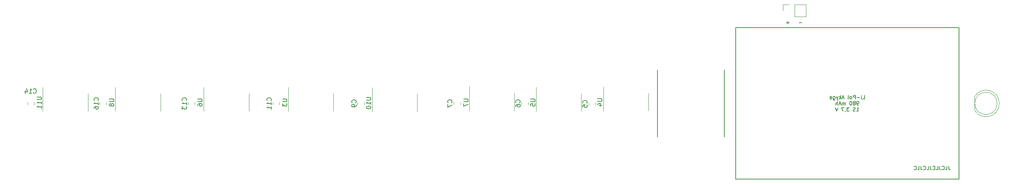
<source format=gbo>
G04 #@! TF.GenerationSoftware,KiCad,Pcbnew,(5.1.10)-1*
G04 #@! TF.CreationDate,2022-05-27T17:54:39+02:00*
G04 #@! TF.ProjectId,POV_display_schematic,504f565f-6469-4737-906c-61795f736368,1*
G04 #@! TF.SameCoordinates,Original*
G04 #@! TF.FileFunction,Legend,Bot*
G04 #@! TF.FilePolarity,Positive*
%FSLAX46Y46*%
G04 Gerber Fmt 4.6, Leading zero omitted, Abs format (unit mm)*
G04 Created by KiCad (PCBNEW (5.1.10)-1) date 2022-05-27 17:54:39*
%MOMM*%
%LPD*%
G01*
G04 APERTURE LIST*
%ADD10C,0.152400*%
%ADD11C,0.120000*%
%ADD12C,0.150000*%
%ADD13C,1.800000*%
%ADD14R,1.800000X1.800000*%
%ADD15C,1.700000*%
%ADD16O,1.700000X1.700000*%
%ADD17R,1.700000X1.700000*%
%ADD18O,1.900000X1.200000*%
%ADD19C,1.450000*%
%ADD20C,3.200000*%
G04 APERTURE END LIST*
D10*
X257754361Y-111554895D02*
X257754361Y-112135466D01*
X257793066Y-112251580D01*
X257870476Y-112328990D01*
X257986590Y-112367695D01*
X258064000Y-112367695D01*
X256980266Y-112367695D02*
X257367314Y-112367695D01*
X257367314Y-111554895D01*
X256244876Y-112290285D02*
X256283580Y-112328990D01*
X256399695Y-112367695D01*
X256477104Y-112367695D01*
X256593219Y-112328990D01*
X256670628Y-112251580D01*
X256709333Y-112174171D01*
X256748038Y-112019352D01*
X256748038Y-111903238D01*
X256709333Y-111748419D01*
X256670628Y-111671009D01*
X256593219Y-111593600D01*
X256477104Y-111554895D01*
X256399695Y-111554895D01*
X256283580Y-111593600D01*
X256244876Y-111632304D01*
X255664304Y-111554895D02*
X255664304Y-112135466D01*
X255703009Y-112251580D01*
X255780419Y-112328990D01*
X255896533Y-112367695D01*
X255973942Y-112367695D01*
X254890209Y-112367695D02*
X255277257Y-112367695D01*
X255277257Y-111554895D01*
X254154819Y-112290285D02*
X254193523Y-112328990D01*
X254309638Y-112367695D01*
X254387047Y-112367695D01*
X254503161Y-112328990D01*
X254580571Y-112251580D01*
X254619276Y-112174171D01*
X254657980Y-112019352D01*
X254657980Y-111903238D01*
X254619276Y-111748419D01*
X254580571Y-111671009D01*
X254503161Y-111593600D01*
X254387047Y-111554895D01*
X254309638Y-111554895D01*
X254193523Y-111593600D01*
X254154819Y-111632304D01*
X253574247Y-111554895D02*
X253574247Y-112135466D01*
X253612952Y-112251580D01*
X253690361Y-112328990D01*
X253806476Y-112367695D01*
X253883885Y-112367695D01*
X252800152Y-112367695D02*
X253187200Y-112367695D01*
X253187200Y-111554895D01*
X252064761Y-112290285D02*
X252103466Y-112328990D01*
X252219580Y-112367695D01*
X252296990Y-112367695D01*
X252413104Y-112328990D01*
X252490514Y-112251580D01*
X252529219Y-112174171D01*
X252567923Y-112019352D01*
X252567923Y-111903238D01*
X252529219Y-111748419D01*
X252490514Y-111671009D01*
X252413104Y-111593600D01*
X252296990Y-111554895D01*
X252219580Y-111554895D01*
X252103466Y-111593600D01*
X252064761Y-111632304D01*
X251484190Y-111554895D02*
X251484190Y-112135466D01*
X251522895Y-112251580D01*
X251600304Y-112328990D01*
X251716419Y-112367695D01*
X251793828Y-112367695D01*
X250710095Y-112367695D02*
X251097142Y-112367695D01*
X251097142Y-111554895D01*
X249974704Y-112290285D02*
X250013409Y-112328990D01*
X250129523Y-112367695D01*
X250206933Y-112367695D01*
X250323047Y-112328990D01*
X250400457Y-112251580D01*
X250439161Y-112174171D01*
X250477866Y-112019352D01*
X250477866Y-111903238D01*
X250439161Y-111748419D01*
X250400457Y-111671009D01*
X250323047Y-111593600D01*
X250206933Y-111554895D01*
X250129523Y-111554895D01*
X250013409Y-111593600D01*
X249974704Y-111632304D01*
X221364351Y-79377297D02*
X221983627Y-79377297D01*
X221673989Y-79067659D02*
X221673989Y-79686935D01*
X224228504Y-79377297D02*
X224847780Y-79377297D01*
X238464076Y-96496095D02*
X238851123Y-96496095D01*
X238851123Y-95683295D01*
X238193142Y-96496095D02*
X238193142Y-95954228D01*
X238193142Y-95683295D02*
X238231847Y-95722000D01*
X238193142Y-95760704D01*
X238154438Y-95722000D01*
X238193142Y-95683295D01*
X238193142Y-95760704D01*
X237806095Y-96186457D02*
X237186819Y-96186457D01*
X236799771Y-96496095D02*
X236799771Y-95683295D01*
X236490133Y-95683295D01*
X236412723Y-95722000D01*
X236374019Y-95760704D01*
X236335314Y-95838114D01*
X236335314Y-95954228D01*
X236374019Y-96031638D01*
X236412723Y-96070342D01*
X236490133Y-96109047D01*
X236799771Y-96109047D01*
X235870857Y-96496095D02*
X235948266Y-96457390D01*
X235986971Y-96418685D01*
X236025676Y-96341276D01*
X236025676Y-96109047D01*
X235986971Y-96031638D01*
X235948266Y-95992933D01*
X235870857Y-95954228D01*
X235754742Y-95954228D01*
X235677333Y-95992933D01*
X235638628Y-96031638D01*
X235599923Y-96109047D01*
X235599923Y-96341276D01*
X235638628Y-96418685D01*
X235677333Y-96457390D01*
X235754742Y-96496095D01*
X235870857Y-96496095D01*
X235135466Y-96496095D02*
X235212876Y-96457390D01*
X235251580Y-96379980D01*
X235251580Y-95683295D01*
X234245257Y-96263866D02*
X233858209Y-96263866D01*
X234322666Y-96496095D02*
X234051733Y-95683295D01*
X233780800Y-96496095D01*
X233509866Y-96496095D02*
X233509866Y-95683295D01*
X233432457Y-96186457D02*
X233200228Y-96496095D01*
X233200228Y-95954228D02*
X233509866Y-96263866D01*
X232929295Y-95954228D02*
X232735771Y-96496095D01*
X232542247Y-95954228D02*
X232735771Y-96496095D01*
X232813180Y-96689619D01*
X232851885Y-96728323D01*
X232929295Y-96767028D01*
X231884266Y-95954228D02*
X231884266Y-96612209D01*
X231922971Y-96689619D01*
X231961676Y-96728323D01*
X232039085Y-96767028D01*
X232155200Y-96767028D01*
X232232609Y-96728323D01*
X231884266Y-96457390D02*
X231961676Y-96496095D01*
X232116495Y-96496095D01*
X232193904Y-96457390D01*
X232232609Y-96418685D01*
X232271314Y-96341276D01*
X232271314Y-96109047D01*
X232232609Y-96031638D01*
X232193904Y-95992933D01*
X232116495Y-95954228D01*
X231961676Y-95954228D01*
X231884266Y-95992933D01*
X231148876Y-96496095D02*
X231148876Y-96070342D01*
X231187580Y-95992933D01*
X231264990Y-95954228D01*
X231419809Y-95954228D01*
X231497219Y-95992933D01*
X231148876Y-96457390D02*
X231226285Y-96496095D01*
X231419809Y-96496095D01*
X231497219Y-96457390D01*
X231535923Y-96379980D01*
X231535923Y-96302571D01*
X231497219Y-96225161D01*
X231419809Y-96186457D01*
X231226285Y-96186457D01*
X231148876Y-96147752D01*
X237496457Y-97867695D02*
X237341638Y-97867695D01*
X237264228Y-97828990D01*
X237225523Y-97790285D01*
X237148114Y-97674171D01*
X237109409Y-97519352D01*
X237109409Y-97209714D01*
X237148114Y-97132304D01*
X237186819Y-97093600D01*
X237264228Y-97054895D01*
X237419047Y-97054895D01*
X237496457Y-97093600D01*
X237535161Y-97132304D01*
X237573866Y-97209714D01*
X237573866Y-97403238D01*
X237535161Y-97480647D01*
X237496457Y-97519352D01*
X237419047Y-97558057D01*
X237264228Y-97558057D01*
X237186819Y-97519352D01*
X237148114Y-97480647D01*
X237109409Y-97403238D01*
X236644952Y-97403238D02*
X236722361Y-97364533D01*
X236761066Y-97325828D01*
X236799771Y-97248419D01*
X236799771Y-97209714D01*
X236761066Y-97132304D01*
X236722361Y-97093600D01*
X236644952Y-97054895D01*
X236490133Y-97054895D01*
X236412723Y-97093600D01*
X236374019Y-97132304D01*
X236335314Y-97209714D01*
X236335314Y-97248419D01*
X236374019Y-97325828D01*
X236412723Y-97364533D01*
X236490133Y-97403238D01*
X236644952Y-97403238D01*
X236722361Y-97441942D01*
X236761066Y-97480647D01*
X236799771Y-97558057D01*
X236799771Y-97712876D01*
X236761066Y-97790285D01*
X236722361Y-97828990D01*
X236644952Y-97867695D01*
X236490133Y-97867695D01*
X236412723Y-97828990D01*
X236374019Y-97790285D01*
X236335314Y-97712876D01*
X236335314Y-97558057D01*
X236374019Y-97480647D01*
X236412723Y-97441942D01*
X236490133Y-97403238D01*
X235832152Y-97054895D02*
X235754742Y-97054895D01*
X235677333Y-97093600D01*
X235638628Y-97132304D01*
X235599923Y-97209714D01*
X235561219Y-97364533D01*
X235561219Y-97558057D01*
X235599923Y-97712876D01*
X235638628Y-97790285D01*
X235677333Y-97828990D01*
X235754742Y-97867695D01*
X235832152Y-97867695D01*
X235909561Y-97828990D01*
X235948266Y-97790285D01*
X235986971Y-97712876D01*
X236025676Y-97558057D01*
X236025676Y-97364533D01*
X235986971Y-97209714D01*
X235948266Y-97132304D01*
X235909561Y-97093600D01*
X235832152Y-97054895D01*
X234593600Y-97867695D02*
X234593600Y-97325828D01*
X234593600Y-97403238D02*
X234554895Y-97364533D01*
X234477485Y-97325828D01*
X234361371Y-97325828D01*
X234283961Y-97364533D01*
X234245257Y-97441942D01*
X234245257Y-97867695D01*
X234245257Y-97441942D02*
X234206552Y-97364533D01*
X234129142Y-97325828D01*
X234013028Y-97325828D01*
X233935619Y-97364533D01*
X233896914Y-97441942D01*
X233896914Y-97867695D01*
X233548571Y-97635466D02*
X233161523Y-97635466D01*
X233625980Y-97867695D02*
X233355047Y-97054895D01*
X233084114Y-97867695D01*
X232813180Y-97867695D02*
X232813180Y-97054895D01*
X232464838Y-97867695D02*
X232464838Y-97441942D01*
X232503542Y-97364533D01*
X232580952Y-97325828D01*
X232697066Y-97325828D01*
X232774476Y-97364533D01*
X232813180Y-97403238D01*
X237090057Y-99239295D02*
X237554514Y-99239295D01*
X237322285Y-99239295D02*
X237322285Y-98426495D01*
X237399695Y-98542609D01*
X237477104Y-98620019D01*
X237554514Y-98658723D01*
X236780419Y-99200590D02*
X236664304Y-99239295D01*
X236470780Y-99239295D01*
X236393371Y-99200590D01*
X236354666Y-99161885D01*
X236315961Y-99084476D01*
X236315961Y-99007066D01*
X236354666Y-98929657D01*
X236393371Y-98890952D01*
X236470780Y-98852247D01*
X236625600Y-98813542D01*
X236703009Y-98774838D01*
X236741714Y-98736133D01*
X236780419Y-98658723D01*
X236780419Y-98581314D01*
X236741714Y-98503904D01*
X236703009Y-98465200D01*
X236625600Y-98426495D01*
X236432076Y-98426495D01*
X236315961Y-98465200D01*
X235425752Y-98426495D02*
X234922590Y-98426495D01*
X235193523Y-98736133D01*
X235077409Y-98736133D01*
X235000000Y-98774838D01*
X234961295Y-98813542D01*
X234922590Y-98890952D01*
X234922590Y-99084476D01*
X234961295Y-99161885D01*
X235000000Y-99200590D01*
X235077409Y-99239295D01*
X235309638Y-99239295D01*
X235387047Y-99200590D01*
X235425752Y-99161885D01*
X234535542Y-99200590D02*
X234535542Y-99239295D01*
X234574247Y-99316704D01*
X234612952Y-99355409D01*
X234264609Y-98426495D02*
X233722742Y-98426495D01*
X234071085Y-99239295D01*
X232909942Y-98426495D02*
X232639009Y-99239295D01*
X232368076Y-98426495D01*
X260000000Y-114500000D02*
X210000000Y-114500000D01*
X260000000Y-80500000D02*
X260000000Y-114500000D01*
X210000000Y-80500000D02*
X260000000Y-80500000D01*
X210000000Y-114500000D02*
X210000000Y-80500000D01*
X207500000Y-90000000D02*
X207500000Y-105000000D01*
X192500000Y-105000000D02*
X192500000Y-90000000D01*
D11*
X268570000Y-97500000D02*
G75*
G03*
X268570000Y-97500000I-2500000J0D01*
G01*
X263510000Y-99045000D02*
X263510000Y-95955000D01*
X269060000Y-97500462D02*
G75*
G03*
X263510000Y-95955170I-2990000J462D01*
G01*
X269060000Y-97499538D02*
G75*
G02*
X263510000Y-99044830I-2990000J-462D01*
G01*
X68985000Y-97761252D02*
X68985000Y-97238748D01*
X67515000Y-97761252D02*
X67515000Y-97238748D01*
X52785000Y-97761252D02*
X52785000Y-97238748D01*
X51315000Y-97761252D02*
X51315000Y-97238748D01*
X88785000Y-97761252D02*
X88785000Y-97238748D01*
X87315000Y-97761252D02*
X87315000Y-97238748D01*
X107735000Y-97761252D02*
X107735000Y-97238748D01*
X106265000Y-97761252D02*
X106265000Y-97238748D01*
X126735000Y-97761252D02*
X126735000Y-97238748D01*
X125265000Y-97761252D02*
X125265000Y-97238748D01*
X148335000Y-97761252D02*
X148335000Y-97238748D01*
X146865000Y-97761252D02*
X146865000Y-97238748D01*
X163485000Y-97761252D02*
X163485000Y-97238748D01*
X162015000Y-97761252D02*
X162015000Y-97238748D01*
X178535000Y-97861252D02*
X178535000Y-97338748D01*
X177065000Y-97861252D02*
X177065000Y-97338748D01*
X225770000Y-75370000D02*
X225770000Y-78030000D01*
X223170000Y-75370000D02*
X225770000Y-75370000D01*
X223170000Y-78030000D02*
X225770000Y-78030000D01*
X223170000Y-75370000D02*
X223170000Y-78030000D01*
X221900000Y-75370000D02*
X220570000Y-75370000D01*
X220570000Y-75370000D02*
X220570000Y-76700000D01*
X64860000Y-97300000D02*
X64860000Y-99250000D01*
X64860000Y-97300000D02*
X64860000Y-95350000D01*
X54740000Y-97300000D02*
X54740000Y-99250000D01*
X54740000Y-97300000D02*
X54740000Y-93850000D01*
X81110000Y-97300000D02*
X81110000Y-99250000D01*
X81110000Y-97300000D02*
X81110000Y-95350000D01*
X70990000Y-97300000D02*
X70990000Y-99250000D01*
X70990000Y-97300000D02*
X70990000Y-93850000D01*
X100910000Y-97300000D02*
X100910000Y-99250000D01*
X100910000Y-97300000D02*
X100910000Y-95350000D01*
X90790000Y-97300000D02*
X90790000Y-99250000D01*
X90790000Y-97300000D02*
X90790000Y-93850000D01*
X119860000Y-97300000D02*
X119860000Y-99250000D01*
X119860000Y-97300000D02*
X119860000Y-95350000D01*
X109740000Y-97300000D02*
X109740000Y-99250000D01*
X109740000Y-97300000D02*
X109740000Y-93850000D01*
X138660000Y-97400000D02*
X138660000Y-99350000D01*
X138660000Y-97400000D02*
X138660000Y-95450000D01*
X128540000Y-97400000D02*
X128540000Y-99350000D01*
X128540000Y-97400000D02*
X128540000Y-93950000D01*
X160410000Y-97200000D02*
X160410000Y-99150000D01*
X160410000Y-97200000D02*
X160410000Y-95250000D01*
X150290000Y-97200000D02*
X150290000Y-99150000D01*
X150290000Y-97200000D02*
X150290000Y-93750000D01*
X175410000Y-97300000D02*
X175410000Y-99250000D01*
X175410000Y-97300000D02*
X175410000Y-95350000D01*
X165290000Y-97300000D02*
X165290000Y-99250000D01*
X165290000Y-97300000D02*
X165290000Y-93850000D01*
X190460000Y-97225000D02*
X190460000Y-99175000D01*
X190460000Y-97225000D02*
X190460000Y-95275000D01*
X180340000Y-97225000D02*
X180340000Y-99175000D01*
X180340000Y-97225000D02*
X180340000Y-93775000D01*
D12*
X67107142Y-96857142D02*
X67154761Y-96809523D01*
X67202380Y-96666666D01*
X67202380Y-96571428D01*
X67154761Y-96428571D01*
X67059523Y-96333333D01*
X66964285Y-96285714D01*
X66773809Y-96238095D01*
X66630952Y-96238095D01*
X66440476Y-96285714D01*
X66345238Y-96333333D01*
X66250000Y-96428571D01*
X66202380Y-96571428D01*
X66202380Y-96666666D01*
X66250000Y-96809523D01*
X66297619Y-96857142D01*
X67202380Y-97809523D02*
X67202380Y-97238095D01*
X67202380Y-97523809D02*
X66202380Y-97523809D01*
X66345238Y-97428571D01*
X66440476Y-97333333D01*
X66488095Y-97238095D01*
X66202380Y-98666666D02*
X66202380Y-98476190D01*
X66250000Y-98380952D01*
X66297619Y-98333333D01*
X66440476Y-98238095D01*
X66630952Y-98190476D01*
X67011904Y-98190476D01*
X67107142Y-98238095D01*
X67154761Y-98285714D01*
X67202380Y-98380952D01*
X67202380Y-98571428D01*
X67154761Y-98666666D01*
X67107142Y-98714285D01*
X67011904Y-98761904D01*
X66773809Y-98761904D01*
X66678571Y-98714285D01*
X66630952Y-98666666D01*
X66583333Y-98571428D01*
X66583333Y-98380952D01*
X66630952Y-98285714D01*
X66678571Y-98238095D01*
X66773809Y-98190476D01*
X52642857Y-95107142D02*
X52690476Y-95154761D01*
X52833333Y-95202380D01*
X52928571Y-95202380D01*
X53071428Y-95154761D01*
X53166666Y-95059523D01*
X53214285Y-94964285D01*
X53261904Y-94773809D01*
X53261904Y-94630952D01*
X53214285Y-94440476D01*
X53166666Y-94345238D01*
X53071428Y-94250000D01*
X52928571Y-94202380D01*
X52833333Y-94202380D01*
X52690476Y-94250000D01*
X52642857Y-94297619D01*
X51690476Y-95202380D02*
X52261904Y-95202380D01*
X51976190Y-95202380D02*
X51976190Y-94202380D01*
X52071428Y-94345238D01*
X52166666Y-94440476D01*
X52261904Y-94488095D01*
X50833333Y-94535714D02*
X50833333Y-95202380D01*
X51071428Y-94154761D02*
X51309523Y-94869047D01*
X50690476Y-94869047D01*
X86857142Y-96857142D02*
X86904761Y-96809523D01*
X86952380Y-96666666D01*
X86952380Y-96571428D01*
X86904761Y-96428571D01*
X86809523Y-96333333D01*
X86714285Y-96285714D01*
X86523809Y-96238095D01*
X86380952Y-96238095D01*
X86190476Y-96285714D01*
X86095238Y-96333333D01*
X86000000Y-96428571D01*
X85952380Y-96571428D01*
X85952380Y-96666666D01*
X86000000Y-96809523D01*
X86047619Y-96857142D01*
X86952380Y-97809523D02*
X86952380Y-97238095D01*
X86952380Y-97523809D02*
X85952380Y-97523809D01*
X86095238Y-97428571D01*
X86190476Y-97333333D01*
X86238095Y-97238095D01*
X85952380Y-98142857D02*
X85952380Y-98761904D01*
X86333333Y-98428571D01*
X86333333Y-98571428D01*
X86380952Y-98666666D01*
X86428571Y-98714285D01*
X86523809Y-98761904D01*
X86761904Y-98761904D01*
X86857142Y-98714285D01*
X86904761Y-98666666D01*
X86952380Y-98571428D01*
X86952380Y-98285714D01*
X86904761Y-98190476D01*
X86857142Y-98142857D01*
X105857142Y-96857142D02*
X105904761Y-96809523D01*
X105952380Y-96666666D01*
X105952380Y-96571428D01*
X105904761Y-96428571D01*
X105809523Y-96333333D01*
X105714285Y-96285714D01*
X105523809Y-96238095D01*
X105380952Y-96238095D01*
X105190476Y-96285714D01*
X105095238Y-96333333D01*
X105000000Y-96428571D01*
X104952380Y-96571428D01*
X104952380Y-96666666D01*
X105000000Y-96809523D01*
X105047619Y-96857142D01*
X105952380Y-97809523D02*
X105952380Y-97238095D01*
X105952380Y-97523809D02*
X104952380Y-97523809D01*
X105095238Y-97428571D01*
X105190476Y-97333333D01*
X105238095Y-97238095D01*
X105952380Y-98761904D02*
X105952380Y-98190476D01*
X105952380Y-98476190D02*
X104952380Y-98476190D01*
X105095238Y-98380952D01*
X105190476Y-98285714D01*
X105238095Y-98190476D01*
X124857142Y-97333333D02*
X124904761Y-97285714D01*
X124952380Y-97142857D01*
X124952380Y-97047619D01*
X124904761Y-96904761D01*
X124809523Y-96809523D01*
X124714285Y-96761904D01*
X124523809Y-96714285D01*
X124380952Y-96714285D01*
X124190476Y-96761904D01*
X124095238Y-96809523D01*
X124000000Y-96904761D01*
X123952380Y-97047619D01*
X123952380Y-97142857D01*
X124000000Y-97285714D01*
X124047619Y-97333333D01*
X124952380Y-97809523D02*
X124952380Y-98000000D01*
X124904761Y-98095238D01*
X124857142Y-98142857D01*
X124714285Y-98238095D01*
X124523809Y-98285714D01*
X124142857Y-98285714D01*
X124047619Y-98238095D01*
X124000000Y-98190476D01*
X123952380Y-98095238D01*
X123952380Y-97904761D01*
X124000000Y-97809523D01*
X124047619Y-97761904D01*
X124142857Y-97714285D01*
X124380952Y-97714285D01*
X124476190Y-97761904D01*
X124523809Y-97809523D01*
X124571428Y-97904761D01*
X124571428Y-98095238D01*
X124523809Y-98190476D01*
X124476190Y-98238095D01*
X124380952Y-98285714D01*
X146357142Y-97333333D02*
X146404761Y-97285714D01*
X146452380Y-97142857D01*
X146452380Y-97047619D01*
X146404761Y-96904761D01*
X146309523Y-96809523D01*
X146214285Y-96761904D01*
X146023809Y-96714285D01*
X145880952Y-96714285D01*
X145690476Y-96761904D01*
X145595238Y-96809523D01*
X145500000Y-96904761D01*
X145452380Y-97047619D01*
X145452380Y-97142857D01*
X145500000Y-97285714D01*
X145547619Y-97333333D01*
X145452380Y-97666666D02*
X145452380Y-98333333D01*
X146452380Y-97904761D01*
X161607142Y-97333333D02*
X161654761Y-97285714D01*
X161702380Y-97142857D01*
X161702380Y-97047619D01*
X161654761Y-96904761D01*
X161559523Y-96809523D01*
X161464285Y-96761904D01*
X161273809Y-96714285D01*
X161130952Y-96714285D01*
X160940476Y-96761904D01*
X160845238Y-96809523D01*
X160750000Y-96904761D01*
X160702380Y-97047619D01*
X160702380Y-97142857D01*
X160750000Y-97285714D01*
X160797619Y-97333333D01*
X160702380Y-98190476D02*
X160702380Y-98000000D01*
X160750000Y-97904761D01*
X160797619Y-97857142D01*
X160940476Y-97761904D01*
X161130952Y-97714285D01*
X161511904Y-97714285D01*
X161607142Y-97761904D01*
X161654761Y-97809523D01*
X161702380Y-97904761D01*
X161702380Y-98095238D01*
X161654761Y-98190476D01*
X161607142Y-98238095D01*
X161511904Y-98285714D01*
X161273809Y-98285714D01*
X161178571Y-98238095D01*
X161130952Y-98190476D01*
X161083333Y-98095238D01*
X161083333Y-97904761D01*
X161130952Y-97809523D01*
X161178571Y-97761904D01*
X161273809Y-97714285D01*
X176607142Y-97433333D02*
X176654761Y-97385714D01*
X176702380Y-97242857D01*
X176702380Y-97147619D01*
X176654761Y-97004761D01*
X176559523Y-96909523D01*
X176464285Y-96861904D01*
X176273809Y-96814285D01*
X176130952Y-96814285D01*
X175940476Y-96861904D01*
X175845238Y-96909523D01*
X175750000Y-97004761D01*
X175702380Y-97147619D01*
X175702380Y-97242857D01*
X175750000Y-97385714D01*
X175797619Y-97433333D01*
X175702380Y-98338095D02*
X175702380Y-97861904D01*
X176178571Y-97814285D01*
X176130952Y-97861904D01*
X176083333Y-97957142D01*
X176083333Y-98195238D01*
X176130952Y-98290476D01*
X176178571Y-98338095D01*
X176273809Y-98385714D01*
X176511904Y-98385714D01*
X176607142Y-98338095D01*
X176654761Y-98290476D01*
X176702380Y-98195238D01*
X176702380Y-97957142D01*
X176654761Y-97861904D01*
X176607142Y-97814285D01*
X53452380Y-96061904D02*
X54261904Y-96061904D01*
X54357142Y-96109523D01*
X54404761Y-96157142D01*
X54452380Y-96252380D01*
X54452380Y-96442857D01*
X54404761Y-96538095D01*
X54357142Y-96585714D01*
X54261904Y-96633333D01*
X53452380Y-96633333D01*
X54452380Y-97633333D02*
X54452380Y-97061904D01*
X54452380Y-97347619D02*
X53452380Y-97347619D01*
X53595238Y-97252380D01*
X53690476Y-97157142D01*
X53738095Y-97061904D01*
X54452380Y-98585714D02*
X54452380Y-98014285D01*
X54452380Y-98300000D02*
X53452380Y-98300000D01*
X53595238Y-98204761D01*
X53690476Y-98109523D01*
X53738095Y-98014285D01*
X69652380Y-96538095D02*
X70461904Y-96538095D01*
X70557142Y-96585714D01*
X70604761Y-96633333D01*
X70652380Y-96728571D01*
X70652380Y-96919047D01*
X70604761Y-97014285D01*
X70557142Y-97061904D01*
X70461904Y-97109523D01*
X69652380Y-97109523D01*
X70080952Y-97728571D02*
X70033333Y-97633333D01*
X69985714Y-97585714D01*
X69890476Y-97538095D01*
X69842857Y-97538095D01*
X69747619Y-97585714D01*
X69700000Y-97633333D01*
X69652380Y-97728571D01*
X69652380Y-97919047D01*
X69700000Y-98014285D01*
X69747619Y-98061904D01*
X69842857Y-98109523D01*
X69890476Y-98109523D01*
X69985714Y-98061904D01*
X70033333Y-98014285D01*
X70080952Y-97919047D01*
X70080952Y-97728571D01*
X70128571Y-97633333D01*
X70176190Y-97585714D01*
X70271428Y-97538095D01*
X70461904Y-97538095D01*
X70557142Y-97585714D01*
X70604761Y-97633333D01*
X70652380Y-97728571D01*
X70652380Y-97919047D01*
X70604761Y-98014285D01*
X70557142Y-98061904D01*
X70461904Y-98109523D01*
X70271428Y-98109523D01*
X70176190Y-98061904D01*
X70128571Y-98014285D01*
X70080952Y-97919047D01*
X89452380Y-96538095D02*
X90261904Y-96538095D01*
X90357142Y-96585714D01*
X90404761Y-96633333D01*
X90452380Y-96728571D01*
X90452380Y-96919047D01*
X90404761Y-97014285D01*
X90357142Y-97061904D01*
X90261904Y-97109523D01*
X89452380Y-97109523D01*
X89452380Y-98014285D02*
X89452380Y-97823809D01*
X89500000Y-97728571D01*
X89547619Y-97680952D01*
X89690476Y-97585714D01*
X89880952Y-97538095D01*
X90261904Y-97538095D01*
X90357142Y-97585714D01*
X90404761Y-97633333D01*
X90452380Y-97728571D01*
X90452380Y-97919047D01*
X90404761Y-98014285D01*
X90357142Y-98061904D01*
X90261904Y-98109523D01*
X90023809Y-98109523D01*
X89928571Y-98061904D01*
X89880952Y-98014285D01*
X89833333Y-97919047D01*
X89833333Y-97728571D01*
X89880952Y-97633333D01*
X89928571Y-97585714D01*
X90023809Y-97538095D01*
X108452380Y-96538095D02*
X109261904Y-96538095D01*
X109357142Y-96585714D01*
X109404761Y-96633333D01*
X109452380Y-96728571D01*
X109452380Y-96919047D01*
X109404761Y-97014285D01*
X109357142Y-97061904D01*
X109261904Y-97109523D01*
X108452380Y-97109523D01*
X108452380Y-97490476D02*
X108452380Y-98109523D01*
X108833333Y-97776190D01*
X108833333Y-97919047D01*
X108880952Y-98014285D01*
X108928571Y-98061904D01*
X109023809Y-98109523D01*
X109261904Y-98109523D01*
X109357142Y-98061904D01*
X109404761Y-98014285D01*
X109452380Y-97919047D01*
X109452380Y-97633333D01*
X109404761Y-97538095D01*
X109357142Y-97490476D01*
X127252380Y-96161904D02*
X128061904Y-96161904D01*
X128157142Y-96209523D01*
X128204761Y-96257142D01*
X128252380Y-96352380D01*
X128252380Y-96542857D01*
X128204761Y-96638095D01*
X128157142Y-96685714D01*
X128061904Y-96733333D01*
X127252380Y-96733333D01*
X128252380Y-97733333D02*
X128252380Y-97161904D01*
X128252380Y-97447619D02*
X127252380Y-97447619D01*
X127395238Y-97352380D01*
X127490476Y-97257142D01*
X127538095Y-97161904D01*
X127252380Y-98352380D02*
X127252380Y-98447619D01*
X127300000Y-98542857D01*
X127347619Y-98590476D01*
X127442857Y-98638095D01*
X127633333Y-98685714D01*
X127871428Y-98685714D01*
X128061904Y-98638095D01*
X128157142Y-98590476D01*
X128204761Y-98542857D01*
X128252380Y-98447619D01*
X128252380Y-98352380D01*
X128204761Y-98257142D01*
X128157142Y-98209523D01*
X128061904Y-98161904D01*
X127871428Y-98114285D01*
X127633333Y-98114285D01*
X127442857Y-98161904D01*
X127347619Y-98209523D01*
X127300000Y-98257142D01*
X127252380Y-98352380D01*
X149052380Y-96538095D02*
X149861904Y-96538095D01*
X149957142Y-96585714D01*
X150004761Y-96633333D01*
X150052380Y-96728571D01*
X150052380Y-96919047D01*
X150004761Y-97014285D01*
X149957142Y-97061904D01*
X149861904Y-97109523D01*
X149052380Y-97109523D01*
X149052380Y-97490476D02*
X149052380Y-98157142D01*
X150052380Y-97728571D01*
X164052380Y-96538095D02*
X164861904Y-96538095D01*
X164957142Y-96585714D01*
X165004761Y-96633333D01*
X165052380Y-96728571D01*
X165052380Y-96919047D01*
X165004761Y-97014285D01*
X164957142Y-97061904D01*
X164861904Y-97109523D01*
X164052380Y-97109523D01*
X164052380Y-98061904D02*
X164052380Y-97585714D01*
X164528571Y-97538095D01*
X164480952Y-97585714D01*
X164433333Y-97680952D01*
X164433333Y-97919047D01*
X164480952Y-98014285D01*
X164528571Y-98061904D01*
X164623809Y-98109523D01*
X164861904Y-98109523D01*
X164957142Y-98061904D01*
X165004761Y-98014285D01*
X165052380Y-97919047D01*
X165052380Y-97680952D01*
X165004761Y-97585714D01*
X164957142Y-97538095D01*
X179052380Y-96463095D02*
X179861904Y-96463095D01*
X179957142Y-96510714D01*
X180004761Y-96558333D01*
X180052380Y-96653571D01*
X180052380Y-96844047D01*
X180004761Y-96939285D01*
X179957142Y-96986904D01*
X179861904Y-97034523D01*
X179052380Y-97034523D01*
X179385714Y-97939285D02*
X180052380Y-97939285D01*
X179004761Y-97701190D02*
X179719047Y-97463095D01*
X179719047Y-98082142D01*
%LPC*%
D13*
X267340000Y-97500000D03*
D14*
X264800000Y-97500000D03*
D15*
X263960000Y-81710000D03*
X263960000Y-84250000D03*
X263960000Y-86790000D03*
X266500000Y-81710000D03*
X266500000Y-84250000D03*
G36*
G01*
X267350000Y-86190000D02*
X267350000Y-87390000D01*
G75*
G02*
X267100000Y-87640000I-250000J0D01*
G01*
X265900000Y-87640000D01*
G75*
G02*
X265650000Y-87390000I0J250000D01*
G01*
X265650000Y-86190000D01*
G75*
G02*
X265900000Y-85940000I250000J0D01*
G01*
X267100000Y-85940000D01*
G75*
G02*
X267350000Y-86190000I0J-250000D01*
G01*
G37*
D16*
X238620000Y-76750000D03*
X236080000Y-76750000D03*
X233540000Y-76750000D03*
D17*
X231000000Y-76750000D03*
D18*
X271050000Y-104250000D03*
X271050000Y-111250000D03*
D19*
X268350000Y-105250000D03*
X268350000Y-110250000D03*
D20*
X213750000Y-76750000D03*
X256250000Y-118250000D03*
X256250000Y-76750000D03*
X213750000Y-118250000D03*
G36*
G01*
X68725000Y-97050000D02*
X67775000Y-97050000D01*
G75*
G02*
X67525000Y-96800000I0J250000D01*
G01*
X67525000Y-96125000D01*
G75*
G02*
X67775000Y-95875000I250000J0D01*
G01*
X68725000Y-95875000D01*
G75*
G02*
X68975000Y-96125000I0J-250000D01*
G01*
X68975000Y-96800000D01*
G75*
G02*
X68725000Y-97050000I-250000J0D01*
G01*
G37*
G36*
G01*
X68725000Y-99125000D02*
X67775000Y-99125000D01*
G75*
G02*
X67525000Y-98875000I0J250000D01*
G01*
X67525000Y-98200000D01*
G75*
G02*
X67775000Y-97950000I250000J0D01*
G01*
X68725000Y-97950000D01*
G75*
G02*
X68975000Y-98200000I0J-250000D01*
G01*
X68975000Y-98875000D01*
G75*
G02*
X68725000Y-99125000I-250000J0D01*
G01*
G37*
G36*
G01*
X52525000Y-97050000D02*
X51575000Y-97050000D01*
G75*
G02*
X51325000Y-96800000I0J250000D01*
G01*
X51325000Y-96125000D01*
G75*
G02*
X51575000Y-95875000I250000J0D01*
G01*
X52525000Y-95875000D01*
G75*
G02*
X52775000Y-96125000I0J-250000D01*
G01*
X52775000Y-96800000D01*
G75*
G02*
X52525000Y-97050000I-250000J0D01*
G01*
G37*
G36*
G01*
X52525000Y-99125000D02*
X51575000Y-99125000D01*
G75*
G02*
X51325000Y-98875000I0J250000D01*
G01*
X51325000Y-98200000D01*
G75*
G02*
X51575000Y-97950000I250000J0D01*
G01*
X52525000Y-97950000D01*
G75*
G02*
X52775000Y-98200000I0J-250000D01*
G01*
X52775000Y-98875000D01*
G75*
G02*
X52525000Y-99125000I-250000J0D01*
G01*
G37*
G36*
G01*
X88525000Y-97050000D02*
X87575000Y-97050000D01*
G75*
G02*
X87325000Y-96800000I0J250000D01*
G01*
X87325000Y-96125000D01*
G75*
G02*
X87575000Y-95875000I250000J0D01*
G01*
X88525000Y-95875000D01*
G75*
G02*
X88775000Y-96125000I0J-250000D01*
G01*
X88775000Y-96800000D01*
G75*
G02*
X88525000Y-97050000I-250000J0D01*
G01*
G37*
G36*
G01*
X88525000Y-99125000D02*
X87575000Y-99125000D01*
G75*
G02*
X87325000Y-98875000I0J250000D01*
G01*
X87325000Y-98200000D01*
G75*
G02*
X87575000Y-97950000I250000J0D01*
G01*
X88525000Y-97950000D01*
G75*
G02*
X88775000Y-98200000I0J-250000D01*
G01*
X88775000Y-98875000D01*
G75*
G02*
X88525000Y-99125000I-250000J0D01*
G01*
G37*
G36*
G01*
X107475000Y-97050000D02*
X106525000Y-97050000D01*
G75*
G02*
X106275000Y-96800000I0J250000D01*
G01*
X106275000Y-96125000D01*
G75*
G02*
X106525000Y-95875000I250000J0D01*
G01*
X107475000Y-95875000D01*
G75*
G02*
X107725000Y-96125000I0J-250000D01*
G01*
X107725000Y-96800000D01*
G75*
G02*
X107475000Y-97050000I-250000J0D01*
G01*
G37*
G36*
G01*
X107475000Y-99125000D02*
X106525000Y-99125000D01*
G75*
G02*
X106275000Y-98875000I0J250000D01*
G01*
X106275000Y-98200000D01*
G75*
G02*
X106525000Y-97950000I250000J0D01*
G01*
X107475000Y-97950000D01*
G75*
G02*
X107725000Y-98200000I0J-250000D01*
G01*
X107725000Y-98875000D01*
G75*
G02*
X107475000Y-99125000I-250000J0D01*
G01*
G37*
G36*
G01*
X126475000Y-97050000D02*
X125525000Y-97050000D01*
G75*
G02*
X125275000Y-96800000I0J250000D01*
G01*
X125275000Y-96125000D01*
G75*
G02*
X125525000Y-95875000I250000J0D01*
G01*
X126475000Y-95875000D01*
G75*
G02*
X126725000Y-96125000I0J-250000D01*
G01*
X126725000Y-96800000D01*
G75*
G02*
X126475000Y-97050000I-250000J0D01*
G01*
G37*
G36*
G01*
X126475000Y-99125000D02*
X125525000Y-99125000D01*
G75*
G02*
X125275000Y-98875000I0J250000D01*
G01*
X125275000Y-98200000D01*
G75*
G02*
X125525000Y-97950000I250000J0D01*
G01*
X126475000Y-97950000D01*
G75*
G02*
X126725000Y-98200000I0J-250000D01*
G01*
X126725000Y-98875000D01*
G75*
G02*
X126475000Y-99125000I-250000J0D01*
G01*
G37*
G36*
G01*
X148075000Y-97050000D02*
X147125000Y-97050000D01*
G75*
G02*
X146875000Y-96800000I0J250000D01*
G01*
X146875000Y-96125000D01*
G75*
G02*
X147125000Y-95875000I250000J0D01*
G01*
X148075000Y-95875000D01*
G75*
G02*
X148325000Y-96125000I0J-250000D01*
G01*
X148325000Y-96800000D01*
G75*
G02*
X148075000Y-97050000I-250000J0D01*
G01*
G37*
G36*
G01*
X148075000Y-99125000D02*
X147125000Y-99125000D01*
G75*
G02*
X146875000Y-98875000I0J250000D01*
G01*
X146875000Y-98200000D01*
G75*
G02*
X147125000Y-97950000I250000J0D01*
G01*
X148075000Y-97950000D01*
G75*
G02*
X148325000Y-98200000I0J-250000D01*
G01*
X148325000Y-98875000D01*
G75*
G02*
X148075000Y-99125000I-250000J0D01*
G01*
G37*
G36*
G01*
X163225000Y-97050000D02*
X162275000Y-97050000D01*
G75*
G02*
X162025000Y-96800000I0J250000D01*
G01*
X162025000Y-96125000D01*
G75*
G02*
X162275000Y-95875000I250000J0D01*
G01*
X163225000Y-95875000D01*
G75*
G02*
X163475000Y-96125000I0J-250000D01*
G01*
X163475000Y-96800000D01*
G75*
G02*
X163225000Y-97050000I-250000J0D01*
G01*
G37*
G36*
G01*
X163225000Y-99125000D02*
X162275000Y-99125000D01*
G75*
G02*
X162025000Y-98875000I0J250000D01*
G01*
X162025000Y-98200000D01*
G75*
G02*
X162275000Y-97950000I250000J0D01*
G01*
X163225000Y-97950000D01*
G75*
G02*
X163475000Y-98200000I0J-250000D01*
G01*
X163475000Y-98875000D01*
G75*
G02*
X163225000Y-99125000I-250000J0D01*
G01*
G37*
G36*
G01*
X178275000Y-97150000D02*
X177325000Y-97150000D01*
G75*
G02*
X177075000Y-96900000I0J250000D01*
G01*
X177075000Y-96225000D01*
G75*
G02*
X177325000Y-95975000I250000J0D01*
G01*
X178275000Y-95975000D01*
G75*
G02*
X178525000Y-96225000I0J-250000D01*
G01*
X178525000Y-96900000D01*
G75*
G02*
X178275000Y-97150000I-250000J0D01*
G01*
G37*
G36*
G01*
X178275000Y-99225000D02*
X177325000Y-99225000D01*
G75*
G02*
X177075000Y-98975000I0J250000D01*
G01*
X177075000Y-98300000D01*
G75*
G02*
X177325000Y-98050000I250000J0D01*
G01*
X178275000Y-98050000D01*
G75*
G02*
X178525000Y-98300000I0J-250000D01*
G01*
X178525000Y-98975000D01*
G75*
G02*
X178275000Y-99225000I-250000J0D01*
G01*
G37*
D16*
X224440000Y-76700000D03*
D17*
X221900000Y-76700000D03*
G36*
G01*
X55205000Y-99000000D02*
X55505000Y-99000000D01*
G75*
G02*
X55655000Y-99150000I0J-150000D01*
G01*
X55655000Y-100600000D01*
G75*
G02*
X55505000Y-100750000I-150000J0D01*
G01*
X55205000Y-100750000D01*
G75*
G02*
X55055000Y-100600000I0J150000D01*
G01*
X55055000Y-99150000D01*
G75*
G02*
X55205000Y-99000000I150000J0D01*
G01*
G37*
G36*
G01*
X56475000Y-99000000D02*
X56775000Y-99000000D01*
G75*
G02*
X56925000Y-99150000I0J-150000D01*
G01*
X56925000Y-100600000D01*
G75*
G02*
X56775000Y-100750000I-150000J0D01*
G01*
X56475000Y-100750000D01*
G75*
G02*
X56325000Y-100600000I0J150000D01*
G01*
X56325000Y-99150000D01*
G75*
G02*
X56475000Y-99000000I150000J0D01*
G01*
G37*
G36*
G01*
X57745000Y-99000000D02*
X58045000Y-99000000D01*
G75*
G02*
X58195000Y-99150000I0J-150000D01*
G01*
X58195000Y-100600000D01*
G75*
G02*
X58045000Y-100750000I-150000J0D01*
G01*
X57745000Y-100750000D01*
G75*
G02*
X57595000Y-100600000I0J150000D01*
G01*
X57595000Y-99150000D01*
G75*
G02*
X57745000Y-99000000I150000J0D01*
G01*
G37*
G36*
G01*
X59015000Y-99000000D02*
X59315000Y-99000000D01*
G75*
G02*
X59465000Y-99150000I0J-150000D01*
G01*
X59465000Y-100600000D01*
G75*
G02*
X59315000Y-100750000I-150000J0D01*
G01*
X59015000Y-100750000D01*
G75*
G02*
X58865000Y-100600000I0J150000D01*
G01*
X58865000Y-99150000D01*
G75*
G02*
X59015000Y-99000000I150000J0D01*
G01*
G37*
G36*
G01*
X60285000Y-99000000D02*
X60585000Y-99000000D01*
G75*
G02*
X60735000Y-99150000I0J-150000D01*
G01*
X60735000Y-100600000D01*
G75*
G02*
X60585000Y-100750000I-150000J0D01*
G01*
X60285000Y-100750000D01*
G75*
G02*
X60135000Y-100600000I0J150000D01*
G01*
X60135000Y-99150000D01*
G75*
G02*
X60285000Y-99000000I150000J0D01*
G01*
G37*
G36*
G01*
X61555000Y-99000000D02*
X61855000Y-99000000D01*
G75*
G02*
X62005000Y-99150000I0J-150000D01*
G01*
X62005000Y-100600000D01*
G75*
G02*
X61855000Y-100750000I-150000J0D01*
G01*
X61555000Y-100750000D01*
G75*
G02*
X61405000Y-100600000I0J150000D01*
G01*
X61405000Y-99150000D01*
G75*
G02*
X61555000Y-99000000I150000J0D01*
G01*
G37*
G36*
G01*
X62825000Y-99000000D02*
X63125000Y-99000000D01*
G75*
G02*
X63275000Y-99150000I0J-150000D01*
G01*
X63275000Y-100600000D01*
G75*
G02*
X63125000Y-100750000I-150000J0D01*
G01*
X62825000Y-100750000D01*
G75*
G02*
X62675000Y-100600000I0J150000D01*
G01*
X62675000Y-99150000D01*
G75*
G02*
X62825000Y-99000000I150000J0D01*
G01*
G37*
G36*
G01*
X64095000Y-99000000D02*
X64395000Y-99000000D01*
G75*
G02*
X64545000Y-99150000I0J-150000D01*
G01*
X64545000Y-100600000D01*
G75*
G02*
X64395000Y-100750000I-150000J0D01*
G01*
X64095000Y-100750000D01*
G75*
G02*
X63945000Y-100600000I0J150000D01*
G01*
X63945000Y-99150000D01*
G75*
G02*
X64095000Y-99000000I150000J0D01*
G01*
G37*
G36*
G01*
X64095000Y-93850000D02*
X64395000Y-93850000D01*
G75*
G02*
X64545000Y-94000000I0J-150000D01*
G01*
X64545000Y-95450000D01*
G75*
G02*
X64395000Y-95600000I-150000J0D01*
G01*
X64095000Y-95600000D01*
G75*
G02*
X63945000Y-95450000I0J150000D01*
G01*
X63945000Y-94000000D01*
G75*
G02*
X64095000Y-93850000I150000J0D01*
G01*
G37*
G36*
G01*
X62825000Y-93850000D02*
X63125000Y-93850000D01*
G75*
G02*
X63275000Y-94000000I0J-150000D01*
G01*
X63275000Y-95450000D01*
G75*
G02*
X63125000Y-95600000I-150000J0D01*
G01*
X62825000Y-95600000D01*
G75*
G02*
X62675000Y-95450000I0J150000D01*
G01*
X62675000Y-94000000D01*
G75*
G02*
X62825000Y-93850000I150000J0D01*
G01*
G37*
G36*
G01*
X61555000Y-93850000D02*
X61855000Y-93850000D01*
G75*
G02*
X62005000Y-94000000I0J-150000D01*
G01*
X62005000Y-95450000D01*
G75*
G02*
X61855000Y-95600000I-150000J0D01*
G01*
X61555000Y-95600000D01*
G75*
G02*
X61405000Y-95450000I0J150000D01*
G01*
X61405000Y-94000000D01*
G75*
G02*
X61555000Y-93850000I150000J0D01*
G01*
G37*
G36*
G01*
X60285000Y-93850000D02*
X60585000Y-93850000D01*
G75*
G02*
X60735000Y-94000000I0J-150000D01*
G01*
X60735000Y-95450000D01*
G75*
G02*
X60585000Y-95600000I-150000J0D01*
G01*
X60285000Y-95600000D01*
G75*
G02*
X60135000Y-95450000I0J150000D01*
G01*
X60135000Y-94000000D01*
G75*
G02*
X60285000Y-93850000I150000J0D01*
G01*
G37*
G36*
G01*
X59015000Y-93850000D02*
X59315000Y-93850000D01*
G75*
G02*
X59465000Y-94000000I0J-150000D01*
G01*
X59465000Y-95450000D01*
G75*
G02*
X59315000Y-95600000I-150000J0D01*
G01*
X59015000Y-95600000D01*
G75*
G02*
X58865000Y-95450000I0J150000D01*
G01*
X58865000Y-94000000D01*
G75*
G02*
X59015000Y-93850000I150000J0D01*
G01*
G37*
G36*
G01*
X57745000Y-93850000D02*
X58045000Y-93850000D01*
G75*
G02*
X58195000Y-94000000I0J-150000D01*
G01*
X58195000Y-95450000D01*
G75*
G02*
X58045000Y-95600000I-150000J0D01*
G01*
X57745000Y-95600000D01*
G75*
G02*
X57595000Y-95450000I0J150000D01*
G01*
X57595000Y-94000000D01*
G75*
G02*
X57745000Y-93850000I150000J0D01*
G01*
G37*
G36*
G01*
X56475000Y-93850000D02*
X56775000Y-93850000D01*
G75*
G02*
X56925000Y-94000000I0J-150000D01*
G01*
X56925000Y-95450000D01*
G75*
G02*
X56775000Y-95600000I-150000J0D01*
G01*
X56475000Y-95600000D01*
G75*
G02*
X56325000Y-95450000I0J150000D01*
G01*
X56325000Y-94000000D01*
G75*
G02*
X56475000Y-93850000I150000J0D01*
G01*
G37*
G36*
G01*
X55205000Y-93850000D02*
X55505000Y-93850000D01*
G75*
G02*
X55655000Y-94000000I0J-150000D01*
G01*
X55655000Y-95450000D01*
G75*
G02*
X55505000Y-95600000I-150000J0D01*
G01*
X55205000Y-95600000D01*
G75*
G02*
X55055000Y-95450000I0J150000D01*
G01*
X55055000Y-94000000D01*
G75*
G02*
X55205000Y-93850000I150000J0D01*
G01*
G37*
G36*
G01*
X71455000Y-99000000D02*
X71755000Y-99000000D01*
G75*
G02*
X71905000Y-99150000I0J-150000D01*
G01*
X71905000Y-100600000D01*
G75*
G02*
X71755000Y-100750000I-150000J0D01*
G01*
X71455000Y-100750000D01*
G75*
G02*
X71305000Y-100600000I0J150000D01*
G01*
X71305000Y-99150000D01*
G75*
G02*
X71455000Y-99000000I150000J0D01*
G01*
G37*
G36*
G01*
X72725000Y-99000000D02*
X73025000Y-99000000D01*
G75*
G02*
X73175000Y-99150000I0J-150000D01*
G01*
X73175000Y-100600000D01*
G75*
G02*
X73025000Y-100750000I-150000J0D01*
G01*
X72725000Y-100750000D01*
G75*
G02*
X72575000Y-100600000I0J150000D01*
G01*
X72575000Y-99150000D01*
G75*
G02*
X72725000Y-99000000I150000J0D01*
G01*
G37*
G36*
G01*
X73995000Y-99000000D02*
X74295000Y-99000000D01*
G75*
G02*
X74445000Y-99150000I0J-150000D01*
G01*
X74445000Y-100600000D01*
G75*
G02*
X74295000Y-100750000I-150000J0D01*
G01*
X73995000Y-100750000D01*
G75*
G02*
X73845000Y-100600000I0J150000D01*
G01*
X73845000Y-99150000D01*
G75*
G02*
X73995000Y-99000000I150000J0D01*
G01*
G37*
G36*
G01*
X75265000Y-99000000D02*
X75565000Y-99000000D01*
G75*
G02*
X75715000Y-99150000I0J-150000D01*
G01*
X75715000Y-100600000D01*
G75*
G02*
X75565000Y-100750000I-150000J0D01*
G01*
X75265000Y-100750000D01*
G75*
G02*
X75115000Y-100600000I0J150000D01*
G01*
X75115000Y-99150000D01*
G75*
G02*
X75265000Y-99000000I150000J0D01*
G01*
G37*
G36*
G01*
X76535000Y-99000000D02*
X76835000Y-99000000D01*
G75*
G02*
X76985000Y-99150000I0J-150000D01*
G01*
X76985000Y-100600000D01*
G75*
G02*
X76835000Y-100750000I-150000J0D01*
G01*
X76535000Y-100750000D01*
G75*
G02*
X76385000Y-100600000I0J150000D01*
G01*
X76385000Y-99150000D01*
G75*
G02*
X76535000Y-99000000I150000J0D01*
G01*
G37*
G36*
G01*
X77805000Y-99000000D02*
X78105000Y-99000000D01*
G75*
G02*
X78255000Y-99150000I0J-150000D01*
G01*
X78255000Y-100600000D01*
G75*
G02*
X78105000Y-100750000I-150000J0D01*
G01*
X77805000Y-100750000D01*
G75*
G02*
X77655000Y-100600000I0J150000D01*
G01*
X77655000Y-99150000D01*
G75*
G02*
X77805000Y-99000000I150000J0D01*
G01*
G37*
G36*
G01*
X79075000Y-99000000D02*
X79375000Y-99000000D01*
G75*
G02*
X79525000Y-99150000I0J-150000D01*
G01*
X79525000Y-100600000D01*
G75*
G02*
X79375000Y-100750000I-150000J0D01*
G01*
X79075000Y-100750000D01*
G75*
G02*
X78925000Y-100600000I0J150000D01*
G01*
X78925000Y-99150000D01*
G75*
G02*
X79075000Y-99000000I150000J0D01*
G01*
G37*
G36*
G01*
X80345000Y-99000000D02*
X80645000Y-99000000D01*
G75*
G02*
X80795000Y-99150000I0J-150000D01*
G01*
X80795000Y-100600000D01*
G75*
G02*
X80645000Y-100750000I-150000J0D01*
G01*
X80345000Y-100750000D01*
G75*
G02*
X80195000Y-100600000I0J150000D01*
G01*
X80195000Y-99150000D01*
G75*
G02*
X80345000Y-99000000I150000J0D01*
G01*
G37*
G36*
G01*
X80345000Y-93850000D02*
X80645000Y-93850000D01*
G75*
G02*
X80795000Y-94000000I0J-150000D01*
G01*
X80795000Y-95450000D01*
G75*
G02*
X80645000Y-95600000I-150000J0D01*
G01*
X80345000Y-95600000D01*
G75*
G02*
X80195000Y-95450000I0J150000D01*
G01*
X80195000Y-94000000D01*
G75*
G02*
X80345000Y-93850000I150000J0D01*
G01*
G37*
G36*
G01*
X79075000Y-93850000D02*
X79375000Y-93850000D01*
G75*
G02*
X79525000Y-94000000I0J-150000D01*
G01*
X79525000Y-95450000D01*
G75*
G02*
X79375000Y-95600000I-150000J0D01*
G01*
X79075000Y-95600000D01*
G75*
G02*
X78925000Y-95450000I0J150000D01*
G01*
X78925000Y-94000000D01*
G75*
G02*
X79075000Y-93850000I150000J0D01*
G01*
G37*
G36*
G01*
X77805000Y-93850000D02*
X78105000Y-93850000D01*
G75*
G02*
X78255000Y-94000000I0J-150000D01*
G01*
X78255000Y-95450000D01*
G75*
G02*
X78105000Y-95600000I-150000J0D01*
G01*
X77805000Y-95600000D01*
G75*
G02*
X77655000Y-95450000I0J150000D01*
G01*
X77655000Y-94000000D01*
G75*
G02*
X77805000Y-93850000I150000J0D01*
G01*
G37*
G36*
G01*
X76535000Y-93850000D02*
X76835000Y-93850000D01*
G75*
G02*
X76985000Y-94000000I0J-150000D01*
G01*
X76985000Y-95450000D01*
G75*
G02*
X76835000Y-95600000I-150000J0D01*
G01*
X76535000Y-95600000D01*
G75*
G02*
X76385000Y-95450000I0J150000D01*
G01*
X76385000Y-94000000D01*
G75*
G02*
X76535000Y-93850000I150000J0D01*
G01*
G37*
G36*
G01*
X75265000Y-93850000D02*
X75565000Y-93850000D01*
G75*
G02*
X75715000Y-94000000I0J-150000D01*
G01*
X75715000Y-95450000D01*
G75*
G02*
X75565000Y-95600000I-150000J0D01*
G01*
X75265000Y-95600000D01*
G75*
G02*
X75115000Y-95450000I0J150000D01*
G01*
X75115000Y-94000000D01*
G75*
G02*
X75265000Y-93850000I150000J0D01*
G01*
G37*
G36*
G01*
X73995000Y-93850000D02*
X74295000Y-93850000D01*
G75*
G02*
X74445000Y-94000000I0J-150000D01*
G01*
X74445000Y-95450000D01*
G75*
G02*
X74295000Y-95600000I-150000J0D01*
G01*
X73995000Y-95600000D01*
G75*
G02*
X73845000Y-95450000I0J150000D01*
G01*
X73845000Y-94000000D01*
G75*
G02*
X73995000Y-93850000I150000J0D01*
G01*
G37*
G36*
G01*
X72725000Y-93850000D02*
X73025000Y-93850000D01*
G75*
G02*
X73175000Y-94000000I0J-150000D01*
G01*
X73175000Y-95450000D01*
G75*
G02*
X73025000Y-95600000I-150000J0D01*
G01*
X72725000Y-95600000D01*
G75*
G02*
X72575000Y-95450000I0J150000D01*
G01*
X72575000Y-94000000D01*
G75*
G02*
X72725000Y-93850000I150000J0D01*
G01*
G37*
G36*
G01*
X71455000Y-93850000D02*
X71755000Y-93850000D01*
G75*
G02*
X71905000Y-94000000I0J-150000D01*
G01*
X71905000Y-95450000D01*
G75*
G02*
X71755000Y-95600000I-150000J0D01*
G01*
X71455000Y-95600000D01*
G75*
G02*
X71305000Y-95450000I0J150000D01*
G01*
X71305000Y-94000000D01*
G75*
G02*
X71455000Y-93850000I150000J0D01*
G01*
G37*
G36*
G01*
X91255000Y-99000000D02*
X91555000Y-99000000D01*
G75*
G02*
X91705000Y-99150000I0J-150000D01*
G01*
X91705000Y-100600000D01*
G75*
G02*
X91555000Y-100750000I-150000J0D01*
G01*
X91255000Y-100750000D01*
G75*
G02*
X91105000Y-100600000I0J150000D01*
G01*
X91105000Y-99150000D01*
G75*
G02*
X91255000Y-99000000I150000J0D01*
G01*
G37*
G36*
G01*
X92525000Y-99000000D02*
X92825000Y-99000000D01*
G75*
G02*
X92975000Y-99150000I0J-150000D01*
G01*
X92975000Y-100600000D01*
G75*
G02*
X92825000Y-100750000I-150000J0D01*
G01*
X92525000Y-100750000D01*
G75*
G02*
X92375000Y-100600000I0J150000D01*
G01*
X92375000Y-99150000D01*
G75*
G02*
X92525000Y-99000000I150000J0D01*
G01*
G37*
G36*
G01*
X93795000Y-99000000D02*
X94095000Y-99000000D01*
G75*
G02*
X94245000Y-99150000I0J-150000D01*
G01*
X94245000Y-100600000D01*
G75*
G02*
X94095000Y-100750000I-150000J0D01*
G01*
X93795000Y-100750000D01*
G75*
G02*
X93645000Y-100600000I0J150000D01*
G01*
X93645000Y-99150000D01*
G75*
G02*
X93795000Y-99000000I150000J0D01*
G01*
G37*
G36*
G01*
X95065000Y-99000000D02*
X95365000Y-99000000D01*
G75*
G02*
X95515000Y-99150000I0J-150000D01*
G01*
X95515000Y-100600000D01*
G75*
G02*
X95365000Y-100750000I-150000J0D01*
G01*
X95065000Y-100750000D01*
G75*
G02*
X94915000Y-100600000I0J150000D01*
G01*
X94915000Y-99150000D01*
G75*
G02*
X95065000Y-99000000I150000J0D01*
G01*
G37*
G36*
G01*
X96335000Y-99000000D02*
X96635000Y-99000000D01*
G75*
G02*
X96785000Y-99150000I0J-150000D01*
G01*
X96785000Y-100600000D01*
G75*
G02*
X96635000Y-100750000I-150000J0D01*
G01*
X96335000Y-100750000D01*
G75*
G02*
X96185000Y-100600000I0J150000D01*
G01*
X96185000Y-99150000D01*
G75*
G02*
X96335000Y-99000000I150000J0D01*
G01*
G37*
G36*
G01*
X97605000Y-99000000D02*
X97905000Y-99000000D01*
G75*
G02*
X98055000Y-99150000I0J-150000D01*
G01*
X98055000Y-100600000D01*
G75*
G02*
X97905000Y-100750000I-150000J0D01*
G01*
X97605000Y-100750000D01*
G75*
G02*
X97455000Y-100600000I0J150000D01*
G01*
X97455000Y-99150000D01*
G75*
G02*
X97605000Y-99000000I150000J0D01*
G01*
G37*
G36*
G01*
X98875000Y-99000000D02*
X99175000Y-99000000D01*
G75*
G02*
X99325000Y-99150000I0J-150000D01*
G01*
X99325000Y-100600000D01*
G75*
G02*
X99175000Y-100750000I-150000J0D01*
G01*
X98875000Y-100750000D01*
G75*
G02*
X98725000Y-100600000I0J150000D01*
G01*
X98725000Y-99150000D01*
G75*
G02*
X98875000Y-99000000I150000J0D01*
G01*
G37*
G36*
G01*
X100145000Y-99000000D02*
X100445000Y-99000000D01*
G75*
G02*
X100595000Y-99150000I0J-150000D01*
G01*
X100595000Y-100600000D01*
G75*
G02*
X100445000Y-100750000I-150000J0D01*
G01*
X100145000Y-100750000D01*
G75*
G02*
X99995000Y-100600000I0J150000D01*
G01*
X99995000Y-99150000D01*
G75*
G02*
X100145000Y-99000000I150000J0D01*
G01*
G37*
G36*
G01*
X100145000Y-93850000D02*
X100445000Y-93850000D01*
G75*
G02*
X100595000Y-94000000I0J-150000D01*
G01*
X100595000Y-95450000D01*
G75*
G02*
X100445000Y-95600000I-150000J0D01*
G01*
X100145000Y-95600000D01*
G75*
G02*
X99995000Y-95450000I0J150000D01*
G01*
X99995000Y-94000000D01*
G75*
G02*
X100145000Y-93850000I150000J0D01*
G01*
G37*
G36*
G01*
X98875000Y-93850000D02*
X99175000Y-93850000D01*
G75*
G02*
X99325000Y-94000000I0J-150000D01*
G01*
X99325000Y-95450000D01*
G75*
G02*
X99175000Y-95600000I-150000J0D01*
G01*
X98875000Y-95600000D01*
G75*
G02*
X98725000Y-95450000I0J150000D01*
G01*
X98725000Y-94000000D01*
G75*
G02*
X98875000Y-93850000I150000J0D01*
G01*
G37*
G36*
G01*
X97605000Y-93850000D02*
X97905000Y-93850000D01*
G75*
G02*
X98055000Y-94000000I0J-150000D01*
G01*
X98055000Y-95450000D01*
G75*
G02*
X97905000Y-95600000I-150000J0D01*
G01*
X97605000Y-95600000D01*
G75*
G02*
X97455000Y-95450000I0J150000D01*
G01*
X97455000Y-94000000D01*
G75*
G02*
X97605000Y-93850000I150000J0D01*
G01*
G37*
G36*
G01*
X96335000Y-93850000D02*
X96635000Y-93850000D01*
G75*
G02*
X96785000Y-94000000I0J-150000D01*
G01*
X96785000Y-95450000D01*
G75*
G02*
X96635000Y-95600000I-150000J0D01*
G01*
X96335000Y-95600000D01*
G75*
G02*
X96185000Y-95450000I0J150000D01*
G01*
X96185000Y-94000000D01*
G75*
G02*
X96335000Y-93850000I150000J0D01*
G01*
G37*
G36*
G01*
X95065000Y-93850000D02*
X95365000Y-93850000D01*
G75*
G02*
X95515000Y-94000000I0J-150000D01*
G01*
X95515000Y-95450000D01*
G75*
G02*
X95365000Y-95600000I-150000J0D01*
G01*
X95065000Y-95600000D01*
G75*
G02*
X94915000Y-95450000I0J150000D01*
G01*
X94915000Y-94000000D01*
G75*
G02*
X95065000Y-93850000I150000J0D01*
G01*
G37*
G36*
G01*
X93795000Y-93850000D02*
X94095000Y-93850000D01*
G75*
G02*
X94245000Y-94000000I0J-150000D01*
G01*
X94245000Y-95450000D01*
G75*
G02*
X94095000Y-95600000I-150000J0D01*
G01*
X93795000Y-95600000D01*
G75*
G02*
X93645000Y-95450000I0J150000D01*
G01*
X93645000Y-94000000D01*
G75*
G02*
X93795000Y-93850000I150000J0D01*
G01*
G37*
G36*
G01*
X92525000Y-93850000D02*
X92825000Y-93850000D01*
G75*
G02*
X92975000Y-94000000I0J-150000D01*
G01*
X92975000Y-95450000D01*
G75*
G02*
X92825000Y-95600000I-150000J0D01*
G01*
X92525000Y-95600000D01*
G75*
G02*
X92375000Y-95450000I0J150000D01*
G01*
X92375000Y-94000000D01*
G75*
G02*
X92525000Y-93850000I150000J0D01*
G01*
G37*
G36*
G01*
X91255000Y-93850000D02*
X91555000Y-93850000D01*
G75*
G02*
X91705000Y-94000000I0J-150000D01*
G01*
X91705000Y-95450000D01*
G75*
G02*
X91555000Y-95600000I-150000J0D01*
G01*
X91255000Y-95600000D01*
G75*
G02*
X91105000Y-95450000I0J150000D01*
G01*
X91105000Y-94000000D01*
G75*
G02*
X91255000Y-93850000I150000J0D01*
G01*
G37*
G36*
G01*
X110205000Y-99000000D02*
X110505000Y-99000000D01*
G75*
G02*
X110655000Y-99150000I0J-150000D01*
G01*
X110655000Y-100600000D01*
G75*
G02*
X110505000Y-100750000I-150000J0D01*
G01*
X110205000Y-100750000D01*
G75*
G02*
X110055000Y-100600000I0J150000D01*
G01*
X110055000Y-99150000D01*
G75*
G02*
X110205000Y-99000000I150000J0D01*
G01*
G37*
G36*
G01*
X111475000Y-99000000D02*
X111775000Y-99000000D01*
G75*
G02*
X111925000Y-99150000I0J-150000D01*
G01*
X111925000Y-100600000D01*
G75*
G02*
X111775000Y-100750000I-150000J0D01*
G01*
X111475000Y-100750000D01*
G75*
G02*
X111325000Y-100600000I0J150000D01*
G01*
X111325000Y-99150000D01*
G75*
G02*
X111475000Y-99000000I150000J0D01*
G01*
G37*
G36*
G01*
X112745000Y-99000000D02*
X113045000Y-99000000D01*
G75*
G02*
X113195000Y-99150000I0J-150000D01*
G01*
X113195000Y-100600000D01*
G75*
G02*
X113045000Y-100750000I-150000J0D01*
G01*
X112745000Y-100750000D01*
G75*
G02*
X112595000Y-100600000I0J150000D01*
G01*
X112595000Y-99150000D01*
G75*
G02*
X112745000Y-99000000I150000J0D01*
G01*
G37*
G36*
G01*
X114015000Y-99000000D02*
X114315000Y-99000000D01*
G75*
G02*
X114465000Y-99150000I0J-150000D01*
G01*
X114465000Y-100600000D01*
G75*
G02*
X114315000Y-100750000I-150000J0D01*
G01*
X114015000Y-100750000D01*
G75*
G02*
X113865000Y-100600000I0J150000D01*
G01*
X113865000Y-99150000D01*
G75*
G02*
X114015000Y-99000000I150000J0D01*
G01*
G37*
G36*
G01*
X115285000Y-99000000D02*
X115585000Y-99000000D01*
G75*
G02*
X115735000Y-99150000I0J-150000D01*
G01*
X115735000Y-100600000D01*
G75*
G02*
X115585000Y-100750000I-150000J0D01*
G01*
X115285000Y-100750000D01*
G75*
G02*
X115135000Y-100600000I0J150000D01*
G01*
X115135000Y-99150000D01*
G75*
G02*
X115285000Y-99000000I150000J0D01*
G01*
G37*
G36*
G01*
X116555000Y-99000000D02*
X116855000Y-99000000D01*
G75*
G02*
X117005000Y-99150000I0J-150000D01*
G01*
X117005000Y-100600000D01*
G75*
G02*
X116855000Y-100750000I-150000J0D01*
G01*
X116555000Y-100750000D01*
G75*
G02*
X116405000Y-100600000I0J150000D01*
G01*
X116405000Y-99150000D01*
G75*
G02*
X116555000Y-99000000I150000J0D01*
G01*
G37*
G36*
G01*
X117825000Y-99000000D02*
X118125000Y-99000000D01*
G75*
G02*
X118275000Y-99150000I0J-150000D01*
G01*
X118275000Y-100600000D01*
G75*
G02*
X118125000Y-100750000I-150000J0D01*
G01*
X117825000Y-100750000D01*
G75*
G02*
X117675000Y-100600000I0J150000D01*
G01*
X117675000Y-99150000D01*
G75*
G02*
X117825000Y-99000000I150000J0D01*
G01*
G37*
G36*
G01*
X119095000Y-99000000D02*
X119395000Y-99000000D01*
G75*
G02*
X119545000Y-99150000I0J-150000D01*
G01*
X119545000Y-100600000D01*
G75*
G02*
X119395000Y-100750000I-150000J0D01*
G01*
X119095000Y-100750000D01*
G75*
G02*
X118945000Y-100600000I0J150000D01*
G01*
X118945000Y-99150000D01*
G75*
G02*
X119095000Y-99000000I150000J0D01*
G01*
G37*
G36*
G01*
X119095000Y-93850000D02*
X119395000Y-93850000D01*
G75*
G02*
X119545000Y-94000000I0J-150000D01*
G01*
X119545000Y-95450000D01*
G75*
G02*
X119395000Y-95600000I-150000J0D01*
G01*
X119095000Y-95600000D01*
G75*
G02*
X118945000Y-95450000I0J150000D01*
G01*
X118945000Y-94000000D01*
G75*
G02*
X119095000Y-93850000I150000J0D01*
G01*
G37*
G36*
G01*
X117825000Y-93850000D02*
X118125000Y-93850000D01*
G75*
G02*
X118275000Y-94000000I0J-150000D01*
G01*
X118275000Y-95450000D01*
G75*
G02*
X118125000Y-95600000I-150000J0D01*
G01*
X117825000Y-95600000D01*
G75*
G02*
X117675000Y-95450000I0J150000D01*
G01*
X117675000Y-94000000D01*
G75*
G02*
X117825000Y-93850000I150000J0D01*
G01*
G37*
G36*
G01*
X116555000Y-93850000D02*
X116855000Y-93850000D01*
G75*
G02*
X117005000Y-94000000I0J-150000D01*
G01*
X117005000Y-95450000D01*
G75*
G02*
X116855000Y-95600000I-150000J0D01*
G01*
X116555000Y-95600000D01*
G75*
G02*
X116405000Y-95450000I0J150000D01*
G01*
X116405000Y-94000000D01*
G75*
G02*
X116555000Y-93850000I150000J0D01*
G01*
G37*
G36*
G01*
X115285000Y-93850000D02*
X115585000Y-93850000D01*
G75*
G02*
X115735000Y-94000000I0J-150000D01*
G01*
X115735000Y-95450000D01*
G75*
G02*
X115585000Y-95600000I-150000J0D01*
G01*
X115285000Y-95600000D01*
G75*
G02*
X115135000Y-95450000I0J150000D01*
G01*
X115135000Y-94000000D01*
G75*
G02*
X115285000Y-93850000I150000J0D01*
G01*
G37*
G36*
G01*
X114015000Y-93850000D02*
X114315000Y-93850000D01*
G75*
G02*
X114465000Y-94000000I0J-150000D01*
G01*
X114465000Y-95450000D01*
G75*
G02*
X114315000Y-95600000I-150000J0D01*
G01*
X114015000Y-95600000D01*
G75*
G02*
X113865000Y-95450000I0J150000D01*
G01*
X113865000Y-94000000D01*
G75*
G02*
X114015000Y-93850000I150000J0D01*
G01*
G37*
G36*
G01*
X112745000Y-93850000D02*
X113045000Y-93850000D01*
G75*
G02*
X113195000Y-94000000I0J-150000D01*
G01*
X113195000Y-95450000D01*
G75*
G02*
X113045000Y-95600000I-150000J0D01*
G01*
X112745000Y-95600000D01*
G75*
G02*
X112595000Y-95450000I0J150000D01*
G01*
X112595000Y-94000000D01*
G75*
G02*
X112745000Y-93850000I150000J0D01*
G01*
G37*
G36*
G01*
X111475000Y-93850000D02*
X111775000Y-93850000D01*
G75*
G02*
X111925000Y-94000000I0J-150000D01*
G01*
X111925000Y-95450000D01*
G75*
G02*
X111775000Y-95600000I-150000J0D01*
G01*
X111475000Y-95600000D01*
G75*
G02*
X111325000Y-95450000I0J150000D01*
G01*
X111325000Y-94000000D01*
G75*
G02*
X111475000Y-93850000I150000J0D01*
G01*
G37*
G36*
G01*
X110205000Y-93850000D02*
X110505000Y-93850000D01*
G75*
G02*
X110655000Y-94000000I0J-150000D01*
G01*
X110655000Y-95450000D01*
G75*
G02*
X110505000Y-95600000I-150000J0D01*
G01*
X110205000Y-95600000D01*
G75*
G02*
X110055000Y-95450000I0J150000D01*
G01*
X110055000Y-94000000D01*
G75*
G02*
X110205000Y-93850000I150000J0D01*
G01*
G37*
G36*
G01*
X129005000Y-99100000D02*
X129305000Y-99100000D01*
G75*
G02*
X129455000Y-99250000I0J-150000D01*
G01*
X129455000Y-100700000D01*
G75*
G02*
X129305000Y-100850000I-150000J0D01*
G01*
X129005000Y-100850000D01*
G75*
G02*
X128855000Y-100700000I0J150000D01*
G01*
X128855000Y-99250000D01*
G75*
G02*
X129005000Y-99100000I150000J0D01*
G01*
G37*
G36*
G01*
X130275000Y-99100000D02*
X130575000Y-99100000D01*
G75*
G02*
X130725000Y-99250000I0J-150000D01*
G01*
X130725000Y-100700000D01*
G75*
G02*
X130575000Y-100850000I-150000J0D01*
G01*
X130275000Y-100850000D01*
G75*
G02*
X130125000Y-100700000I0J150000D01*
G01*
X130125000Y-99250000D01*
G75*
G02*
X130275000Y-99100000I150000J0D01*
G01*
G37*
G36*
G01*
X131545000Y-99100000D02*
X131845000Y-99100000D01*
G75*
G02*
X131995000Y-99250000I0J-150000D01*
G01*
X131995000Y-100700000D01*
G75*
G02*
X131845000Y-100850000I-150000J0D01*
G01*
X131545000Y-100850000D01*
G75*
G02*
X131395000Y-100700000I0J150000D01*
G01*
X131395000Y-99250000D01*
G75*
G02*
X131545000Y-99100000I150000J0D01*
G01*
G37*
G36*
G01*
X132815000Y-99100000D02*
X133115000Y-99100000D01*
G75*
G02*
X133265000Y-99250000I0J-150000D01*
G01*
X133265000Y-100700000D01*
G75*
G02*
X133115000Y-100850000I-150000J0D01*
G01*
X132815000Y-100850000D01*
G75*
G02*
X132665000Y-100700000I0J150000D01*
G01*
X132665000Y-99250000D01*
G75*
G02*
X132815000Y-99100000I150000J0D01*
G01*
G37*
G36*
G01*
X134085000Y-99100000D02*
X134385000Y-99100000D01*
G75*
G02*
X134535000Y-99250000I0J-150000D01*
G01*
X134535000Y-100700000D01*
G75*
G02*
X134385000Y-100850000I-150000J0D01*
G01*
X134085000Y-100850000D01*
G75*
G02*
X133935000Y-100700000I0J150000D01*
G01*
X133935000Y-99250000D01*
G75*
G02*
X134085000Y-99100000I150000J0D01*
G01*
G37*
G36*
G01*
X135355000Y-99100000D02*
X135655000Y-99100000D01*
G75*
G02*
X135805000Y-99250000I0J-150000D01*
G01*
X135805000Y-100700000D01*
G75*
G02*
X135655000Y-100850000I-150000J0D01*
G01*
X135355000Y-100850000D01*
G75*
G02*
X135205000Y-100700000I0J150000D01*
G01*
X135205000Y-99250000D01*
G75*
G02*
X135355000Y-99100000I150000J0D01*
G01*
G37*
G36*
G01*
X136625000Y-99100000D02*
X136925000Y-99100000D01*
G75*
G02*
X137075000Y-99250000I0J-150000D01*
G01*
X137075000Y-100700000D01*
G75*
G02*
X136925000Y-100850000I-150000J0D01*
G01*
X136625000Y-100850000D01*
G75*
G02*
X136475000Y-100700000I0J150000D01*
G01*
X136475000Y-99250000D01*
G75*
G02*
X136625000Y-99100000I150000J0D01*
G01*
G37*
G36*
G01*
X137895000Y-99100000D02*
X138195000Y-99100000D01*
G75*
G02*
X138345000Y-99250000I0J-150000D01*
G01*
X138345000Y-100700000D01*
G75*
G02*
X138195000Y-100850000I-150000J0D01*
G01*
X137895000Y-100850000D01*
G75*
G02*
X137745000Y-100700000I0J150000D01*
G01*
X137745000Y-99250000D01*
G75*
G02*
X137895000Y-99100000I150000J0D01*
G01*
G37*
G36*
G01*
X137895000Y-93950000D02*
X138195000Y-93950000D01*
G75*
G02*
X138345000Y-94100000I0J-150000D01*
G01*
X138345000Y-95550000D01*
G75*
G02*
X138195000Y-95700000I-150000J0D01*
G01*
X137895000Y-95700000D01*
G75*
G02*
X137745000Y-95550000I0J150000D01*
G01*
X137745000Y-94100000D01*
G75*
G02*
X137895000Y-93950000I150000J0D01*
G01*
G37*
G36*
G01*
X136625000Y-93950000D02*
X136925000Y-93950000D01*
G75*
G02*
X137075000Y-94100000I0J-150000D01*
G01*
X137075000Y-95550000D01*
G75*
G02*
X136925000Y-95700000I-150000J0D01*
G01*
X136625000Y-95700000D01*
G75*
G02*
X136475000Y-95550000I0J150000D01*
G01*
X136475000Y-94100000D01*
G75*
G02*
X136625000Y-93950000I150000J0D01*
G01*
G37*
G36*
G01*
X135355000Y-93950000D02*
X135655000Y-93950000D01*
G75*
G02*
X135805000Y-94100000I0J-150000D01*
G01*
X135805000Y-95550000D01*
G75*
G02*
X135655000Y-95700000I-150000J0D01*
G01*
X135355000Y-95700000D01*
G75*
G02*
X135205000Y-95550000I0J150000D01*
G01*
X135205000Y-94100000D01*
G75*
G02*
X135355000Y-93950000I150000J0D01*
G01*
G37*
G36*
G01*
X134085000Y-93950000D02*
X134385000Y-93950000D01*
G75*
G02*
X134535000Y-94100000I0J-150000D01*
G01*
X134535000Y-95550000D01*
G75*
G02*
X134385000Y-95700000I-150000J0D01*
G01*
X134085000Y-95700000D01*
G75*
G02*
X133935000Y-95550000I0J150000D01*
G01*
X133935000Y-94100000D01*
G75*
G02*
X134085000Y-93950000I150000J0D01*
G01*
G37*
G36*
G01*
X132815000Y-93950000D02*
X133115000Y-93950000D01*
G75*
G02*
X133265000Y-94100000I0J-150000D01*
G01*
X133265000Y-95550000D01*
G75*
G02*
X133115000Y-95700000I-150000J0D01*
G01*
X132815000Y-95700000D01*
G75*
G02*
X132665000Y-95550000I0J150000D01*
G01*
X132665000Y-94100000D01*
G75*
G02*
X132815000Y-93950000I150000J0D01*
G01*
G37*
G36*
G01*
X131545000Y-93950000D02*
X131845000Y-93950000D01*
G75*
G02*
X131995000Y-94100000I0J-150000D01*
G01*
X131995000Y-95550000D01*
G75*
G02*
X131845000Y-95700000I-150000J0D01*
G01*
X131545000Y-95700000D01*
G75*
G02*
X131395000Y-95550000I0J150000D01*
G01*
X131395000Y-94100000D01*
G75*
G02*
X131545000Y-93950000I150000J0D01*
G01*
G37*
G36*
G01*
X130275000Y-93950000D02*
X130575000Y-93950000D01*
G75*
G02*
X130725000Y-94100000I0J-150000D01*
G01*
X130725000Y-95550000D01*
G75*
G02*
X130575000Y-95700000I-150000J0D01*
G01*
X130275000Y-95700000D01*
G75*
G02*
X130125000Y-95550000I0J150000D01*
G01*
X130125000Y-94100000D01*
G75*
G02*
X130275000Y-93950000I150000J0D01*
G01*
G37*
G36*
G01*
X129005000Y-93950000D02*
X129305000Y-93950000D01*
G75*
G02*
X129455000Y-94100000I0J-150000D01*
G01*
X129455000Y-95550000D01*
G75*
G02*
X129305000Y-95700000I-150000J0D01*
G01*
X129005000Y-95700000D01*
G75*
G02*
X128855000Y-95550000I0J150000D01*
G01*
X128855000Y-94100000D01*
G75*
G02*
X129005000Y-93950000I150000J0D01*
G01*
G37*
G36*
G01*
X150755000Y-98900000D02*
X151055000Y-98900000D01*
G75*
G02*
X151205000Y-99050000I0J-150000D01*
G01*
X151205000Y-100500000D01*
G75*
G02*
X151055000Y-100650000I-150000J0D01*
G01*
X150755000Y-100650000D01*
G75*
G02*
X150605000Y-100500000I0J150000D01*
G01*
X150605000Y-99050000D01*
G75*
G02*
X150755000Y-98900000I150000J0D01*
G01*
G37*
G36*
G01*
X152025000Y-98900000D02*
X152325000Y-98900000D01*
G75*
G02*
X152475000Y-99050000I0J-150000D01*
G01*
X152475000Y-100500000D01*
G75*
G02*
X152325000Y-100650000I-150000J0D01*
G01*
X152025000Y-100650000D01*
G75*
G02*
X151875000Y-100500000I0J150000D01*
G01*
X151875000Y-99050000D01*
G75*
G02*
X152025000Y-98900000I150000J0D01*
G01*
G37*
G36*
G01*
X153295000Y-98900000D02*
X153595000Y-98900000D01*
G75*
G02*
X153745000Y-99050000I0J-150000D01*
G01*
X153745000Y-100500000D01*
G75*
G02*
X153595000Y-100650000I-150000J0D01*
G01*
X153295000Y-100650000D01*
G75*
G02*
X153145000Y-100500000I0J150000D01*
G01*
X153145000Y-99050000D01*
G75*
G02*
X153295000Y-98900000I150000J0D01*
G01*
G37*
G36*
G01*
X154565000Y-98900000D02*
X154865000Y-98900000D01*
G75*
G02*
X155015000Y-99050000I0J-150000D01*
G01*
X155015000Y-100500000D01*
G75*
G02*
X154865000Y-100650000I-150000J0D01*
G01*
X154565000Y-100650000D01*
G75*
G02*
X154415000Y-100500000I0J150000D01*
G01*
X154415000Y-99050000D01*
G75*
G02*
X154565000Y-98900000I150000J0D01*
G01*
G37*
G36*
G01*
X155835000Y-98900000D02*
X156135000Y-98900000D01*
G75*
G02*
X156285000Y-99050000I0J-150000D01*
G01*
X156285000Y-100500000D01*
G75*
G02*
X156135000Y-100650000I-150000J0D01*
G01*
X155835000Y-100650000D01*
G75*
G02*
X155685000Y-100500000I0J150000D01*
G01*
X155685000Y-99050000D01*
G75*
G02*
X155835000Y-98900000I150000J0D01*
G01*
G37*
G36*
G01*
X157105000Y-98900000D02*
X157405000Y-98900000D01*
G75*
G02*
X157555000Y-99050000I0J-150000D01*
G01*
X157555000Y-100500000D01*
G75*
G02*
X157405000Y-100650000I-150000J0D01*
G01*
X157105000Y-100650000D01*
G75*
G02*
X156955000Y-100500000I0J150000D01*
G01*
X156955000Y-99050000D01*
G75*
G02*
X157105000Y-98900000I150000J0D01*
G01*
G37*
G36*
G01*
X158375000Y-98900000D02*
X158675000Y-98900000D01*
G75*
G02*
X158825000Y-99050000I0J-150000D01*
G01*
X158825000Y-100500000D01*
G75*
G02*
X158675000Y-100650000I-150000J0D01*
G01*
X158375000Y-100650000D01*
G75*
G02*
X158225000Y-100500000I0J150000D01*
G01*
X158225000Y-99050000D01*
G75*
G02*
X158375000Y-98900000I150000J0D01*
G01*
G37*
G36*
G01*
X159645000Y-98900000D02*
X159945000Y-98900000D01*
G75*
G02*
X160095000Y-99050000I0J-150000D01*
G01*
X160095000Y-100500000D01*
G75*
G02*
X159945000Y-100650000I-150000J0D01*
G01*
X159645000Y-100650000D01*
G75*
G02*
X159495000Y-100500000I0J150000D01*
G01*
X159495000Y-99050000D01*
G75*
G02*
X159645000Y-98900000I150000J0D01*
G01*
G37*
G36*
G01*
X159645000Y-93750000D02*
X159945000Y-93750000D01*
G75*
G02*
X160095000Y-93900000I0J-150000D01*
G01*
X160095000Y-95350000D01*
G75*
G02*
X159945000Y-95500000I-150000J0D01*
G01*
X159645000Y-95500000D01*
G75*
G02*
X159495000Y-95350000I0J150000D01*
G01*
X159495000Y-93900000D01*
G75*
G02*
X159645000Y-93750000I150000J0D01*
G01*
G37*
G36*
G01*
X158375000Y-93750000D02*
X158675000Y-93750000D01*
G75*
G02*
X158825000Y-93900000I0J-150000D01*
G01*
X158825000Y-95350000D01*
G75*
G02*
X158675000Y-95500000I-150000J0D01*
G01*
X158375000Y-95500000D01*
G75*
G02*
X158225000Y-95350000I0J150000D01*
G01*
X158225000Y-93900000D01*
G75*
G02*
X158375000Y-93750000I150000J0D01*
G01*
G37*
G36*
G01*
X157105000Y-93750000D02*
X157405000Y-93750000D01*
G75*
G02*
X157555000Y-93900000I0J-150000D01*
G01*
X157555000Y-95350000D01*
G75*
G02*
X157405000Y-95500000I-150000J0D01*
G01*
X157105000Y-95500000D01*
G75*
G02*
X156955000Y-95350000I0J150000D01*
G01*
X156955000Y-93900000D01*
G75*
G02*
X157105000Y-93750000I150000J0D01*
G01*
G37*
G36*
G01*
X155835000Y-93750000D02*
X156135000Y-93750000D01*
G75*
G02*
X156285000Y-93900000I0J-150000D01*
G01*
X156285000Y-95350000D01*
G75*
G02*
X156135000Y-95500000I-150000J0D01*
G01*
X155835000Y-95500000D01*
G75*
G02*
X155685000Y-95350000I0J150000D01*
G01*
X155685000Y-93900000D01*
G75*
G02*
X155835000Y-93750000I150000J0D01*
G01*
G37*
G36*
G01*
X154565000Y-93750000D02*
X154865000Y-93750000D01*
G75*
G02*
X155015000Y-93900000I0J-150000D01*
G01*
X155015000Y-95350000D01*
G75*
G02*
X154865000Y-95500000I-150000J0D01*
G01*
X154565000Y-95500000D01*
G75*
G02*
X154415000Y-95350000I0J150000D01*
G01*
X154415000Y-93900000D01*
G75*
G02*
X154565000Y-93750000I150000J0D01*
G01*
G37*
G36*
G01*
X153295000Y-93750000D02*
X153595000Y-93750000D01*
G75*
G02*
X153745000Y-93900000I0J-150000D01*
G01*
X153745000Y-95350000D01*
G75*
G02*
X153595000Y-95500000I-150000J0D01*
G01*
X153295000Y-95500000D01*
G75*
G02*
X153145000Y-95350000I0J150000D01*
G01*
X153145000Y-93900000D01*
G75*
G02*
X153295000Y-93750000I150000J0D01*
G01*
G37*
G36*
G01*
X152025000Y-93750000D02*
X152325000Y-93750000D01*
G75*
G02*
X152475000Y-93900000I0J-150000D01*
G01*
X152475000Y-95350000D01*
G75*
G02*
X152325000Y-95500000I-150000J0D01*
G01*
X152025000Y-95500000D01*
G75*
G02*
X151875000Y-95350000I0J150000D01*
G01*
X151875000Y-93900000D01*
G75*
G02*
X152025000Y-93750000I150000J0D01*
G01*
G37*
G36*
G01*
X150755000Y-93750000D02*
X151055000Y-93750000D01*
G75*
G02*
X151205000Y-93900000I0J-150000D01*
G01*
X151205000Y-95350000D01*
G75*
G02*
X151055000Y-95500000I-150000J0D01*
G01*
X150755000Y-95500000D01*
G75*
G02*
X150605000Y-95350000I0J150000D01*
G01*
X150605000Y-93900000D01*
G75*
G02*
X150755000Y-93750000I150000J0D01*
G01*
G37*
G36*
G01*
X165755000Y-99000000D02*
X166055000Y-99000000D01*
G75*
G02*
X166205000Y-99150000I0J-150000D01*
G01*
X166205000Y-100600000D01*
G75*
G02*
X166055000Y-100750000I-150000J0D01*
G01*
X165755000Y-100750000D01*
G75*
G02*
X165605000Y-100600000I0J150000D01*
G01*
X165605000Y-99150000D01*
G75*
G02*
X165755000Y-99000000I150000J0D01*
G01*
G37*
G36*
G01*
X167025000Y-99000000D02*
X167325000Y-99000000D01*
G75*
G02*
X167475000Y-99150000I0J-150000D01*
G01*
X167475000Y-100600000D01*
G75*
G02*
X167325000Y-100750000I-150000J0D01*
G01*
X167025000Y-100750000D01*
G75*
G02*
X166875000Y-100600000I0J150000D01*
G01*
X166875000Y-99150000D01*
G75*
G02*
X167025000Y-99000000I150000J0D01*
G01*
G37*
G36*
G01*
X168295000Y-99000000D02*
X168595000Y-99000000D01*
G75*
G02*
X168745000Y-99150000I0J-150000D01*
G01*
X168745000Y-100600000D01*
G75*
G02*
X168595000Y-100750000I-150000J0D01*
G01*
X168295000Y-100750000D01*
G75*
G02*
X168145000Y-100600000I0J150000D01*
G01*
X168145000Y-99150000D01*
G75*
G02*
X168295000Y-99000000I150000J0D01*
G01*
G37*
G36*
G01*
X169565000Y-99000000D02*
X169865000Y-99000000D01*
G75*
G02*
X170015000Y-99150000I0J-150000D01*
G01*
X170015000Y-100600000D01*
G75*
G02*
X169865000Y-100750000I-150000J0D01*
G01*
X169565000Y-100750000D01*
G75*
G02*
X169415000Y-100600000I0J150000D01*
G01*
X169415000Y-99150000D01*
G75*
G02*
X169565000Y-99000000I150000J0D01*
G01*
G37*
G36*
G01*
X170835000Y-99000000D02*
X171135000Y-99000000D01*
G75*
G02*
X171285000Y-99150000I0J-150000D01*
G01*
X171285000Y-100600000D01*
G75*
G02*
X171135000Y-100750000I-150000J0D01*
G01*
X170835000Y-100750000D01*
G75*
G02*
X170685000Y-100600000I0J150000D01*
G01*
X170685000Y-99150000D01*
G75*
G02*
X170835000Y-99000000I150000J0D01*
G01*
G37*
G36*
G01*
X172105000Y-99000000D02*
X172405000Y-99000000D01*
G75*
G02*
X172555000Y-99150000I0J-150000D01*
G01*
X172555000Y-100600000D01*
G75*
G02*
X172405000Y-100750000I-150000J0D01*
G01*
X172105000Y-100750000D01*
G75*
G02*
X171955000Y-100600000I0J150000D01*
G01*
X171955000Y-99150000D01*
G75*
G02*
X172105000Y-99000000I150000J0D01*
G01*
G37*
G36*
G01*
X173375000Y-99000000D02*
X173675000Y-99000000D01*
G75*
G02*
X173825000Y-99150000I0J-150000D01*
G01*
X173825000Y-100600000D01*
G75*
G02*
X173675000Y-100750000I-150000J0D01*
G01*
X173375000Y-100750000D01*
G75*
G02*
X173225000Y-100600000I0J150000D01*
G01*
X173225000Y-99150000D01*
G75*
G02*
X173375000Y-99000000I150000J0D01*
G01*
G37*
G36*
G01*
X174645000Y-99000000D02*
X174945000Y-99000000D01*
G75*
G02*
X175095000Y-99150000I0J-150000D01*
G01*
X175095000Y-100600000D01*
G75*
G02*
X174945000Y-100750000I-150000J0D01*
G01*
X174645000Y-100750000D01*
G75*
G02*
X174495000Y-100600000I0J150000D01*
G01*
X174495000Y-99150000D01*
G75*
G02*
X174645000Y-99000000I150000J0D01*
G01*
G37*
G36*
G01*
X174645000Y-93850000D02*
X174945000Y-93850000D01*
G75*
G02*
X175095000Y-94000000I0J-150000D01*
G01*
X175095000Y-95450000D01*
G75*
G02*
X174945000Y-95600000I-150000J0D01*
G01*
X174645000Y-95600000D01*
G75*
G02*
X174495000Y-95450000I0J150000D01*
G01*
X174495000Y-94000000D01*
G75*
G02*
X174645000Y-93850000I150000J0D01*
G01*
G37*
G36*
G01*
X173375000Y-93850000D02*
X173675000Y-93850000D01*
G75*
G02*
X173825000Y-94000000I0J-150000D01*
G01*
X173825000Y-95450000D01*
G75*
G02*
X173675000Y-95600000I-150000J0D01*
G01*
X173375000Y-95600000D01*
G75*
G02*
X173225000Y-95450000I0J150000D01*
G01*
X173225000Y-94000000D01*
G75*
G02*
X173375000Y-93850000I150000J0D01*
G01*
G37*
G36*
G01*
X172105000Y-93850000D02*
X172405000Y-93850000D01*
G75*
G02*
X172555000Y-94000000I0J-150000D01*
G01*
X172555000Y-95450000D01*
G75*
G02*
X172405000Y-95600000I-150000J0D01*
G01*
X172105000Y-95600000D01*
G75*
G02*
X171955000Y-95450000I0J150000D01*
G01*
X171955000Y-94000000D01*
G75*
G02*
X172105000Y-93850000I150000J0D01*
G01*
G37*
G36*
G01*
X170835000Y-93850000D02*
X171135000Y-93850000D01*
G75*
G02*
X171285000Y-94000000I0J-150000D01*
G01*
X171285000Y-95450000D01*
G75*
G02*
X171135000Y-95600000I-150000J0D01*
G01*
X170835000Y-95600000D01*
G75*
G02*
X170685000Y-95450000I0J150000D01*
G01*
X170685000Y-94000000D01*
G75*
G02*
X170835000Y-93850000I150000J0D01*
G01*
G37*
G36*
G01*
X169565000Y-93850000D02*
X169865000Y-93850000D01*
G75*
G02*
X170015000Y-94000000I0J-150000D01*
G01*
X170015000Y-95450000D01*
G75*
G02*
X169865000Y-95600000I-150000J0D01*
G01*
X169565000Y-95600000D01*
G75*
G02*
X169415000Y-95450000I0J150000D01*
G01*
X169415000Y-94000000D01*
G75*
G02*
X169565000Y-93850000I150000J0D01*
G01*
G37*
G36*
G01*
X168295000Y-93850000D02*
X168595000Y-93850000D01*
G75*
G02*
X168745000Y-94000000I0J-150000D01*
G01*
X168745000Y-95450000D01*
G75*
G02*
X168595000Y-95600000I-150000J0D01*
G01*
X168295000Y-95600000D01*
G75*
G02*
X168145000Y-95450000I0J150000D01*
G01*
X168145000Y-94000000D01*
G75*
G02*
X168295000Y-93850000I150000J0D01*
G01*
G37*
G36*
G01*
X167025000Y-93850000D02*
X167325000Y-93850000D01*
G75*
G02*
X167475000Y-94000000I0J-150000D01*
G01*
X167475000Y-95450000D01*
G75*
G02*
X167325000Y-95600000I-150000J0D01*
G01*
X167025000Y-95600000D01*
G75*
G02*
X166875000Y-95450000I0J150000D01*
G01*
X166875000Y-94000000D01*
G75*
G02*
X167025000Y-93850000I150000J0D01*
G01*
G37*
G36*
G01*
X165755000Y-93850000D02*
X166055000Y-93850000D01*
G75*
G02*
X166205000Y-94000000I0J-150000D01*
G01*
X166205000Y-95450000D01*
G75*
G02*
X166055000Y-95600000I-150000J0D01*
G01*
X165755000Y-95600000D01*
G75*
G02*
X165605000Y-95450000I0J150000D01*
G01*
X165605000Y-94000000D01*
G75*
G02*
X165755000Y-93850000I150000J0D01*
G01*
G37*
G36*
G01*
X180805000Y-98925000D02*
X181105000Y-98925000D01*
G75*
G02*
X181255000Y-99075000I0J-150000D01*
G01*
X181255000Y-100525000D01*
G75*
G02*
X181105000Y-100675000I-150000J0D01*
G01*
X180805000Y-100675000D01*
G75*
G02*
X180655000Y-100525000I0J150000D01*
G01*
X180655000Y-99075000D01*
G75*
G02*
X180805000Y-98925000I150000J0D01*
G01*
G37*
G36*
G01*
X182075000Y-98925000D02*
X182375000Y-98925000D01*
G75*
G02*
X182525000Y-99075000I0J-150000D01*
G01*
X182525000Y-100525000D01*
G75*
G02*
X182375000Y-100675000I-150000J0D01*
G01*
X182075000Y-100675000D01*
G75*
G02*
X181925000Y-100525000I0J150000D01*
G01*
X181925000Y-99075000D01*
G75*
G02*
X182075000Y-98925000I150000J0D01*
G01*
G37*
G36*
G01*
X183345000Y-98925000D02*
X183645000Y-98925000D01*
G75*
G02*
X183795000Y-99075000I0J-150000D01*
G01*
X183795000Y-100525000D01*
G75*
G02*
X183645000Y-100675000I-150000J0D01*
G01*
X183345000Y-100675000D01*
G75*
G02*
X183195000Y-100525000I0J150000D01*
G01*
X183195000Y-99075000D01*
G75*
G02*
X183345000Y-98925000I150000J0D01*
G01*
G37*
G36*
G01*
X184615000Y-98925000D02*
X184915000Y-98925000D01*
G75*
G02*
X185065000Y-99075000I0J-150000D01*
G01*
X185065000Y-100525000D01*
G75*
G02*
X184915000Y-100675000I-150000J0D01*
G01*
X184615000Y-100675000D01*
G75*
G02*
X184465000Y-100525000I0J150000D01*
G01*
X184465000Y-99075000D01*
G75*
G02*
X184615000Y-98925000I150000J0D01*
G01*
G37*
G36*
G01*
X185885000Y-98925000D02*
X186185000Y-98925000D01*
G75*
G02*
X186335000Y-99075000I0J-150000D01*
G01*
X186335000Y-100525000D01*
G75*
G02*
X186185000Y-100675000I-150000J0D01*
G01*
X185885000Y-100675000D01*
G75*
G02*
X185735000Y-100525000I0J150000D01*
G01*
X185735000Y-99075000D01*
G75*
G02*
X185885000Y-98925000I150000J0D01*
G01*
G37*
G36*
G01*
X187155000Y-98925000D02*
X187455000Y-98925000D01*
G75*
G02*
X187605000Y-99075000I0J-150000D01*
G01*
X187605000Y-100525000D01*
G75*
G02*
X187455000Y-100675000I-150000J0D01*
G01*
X187155000Y-100675000D01*
G75*
G02*
X187005000Y-100525000I0J150000D01*
G01*
X187005000Y-99075000D01*
G75*
G02*
X187155000Y-98925000I150000J0D01*
G01*
G37*
G36*
G01*
X188425000Y-98925000D02*
X188725000Y-98925000D01*
G75*
G02*
X188875000Y-99075000I0J-150000D01*
G01*
X188875000Y-100525000D01*
G75*
G02*
X188725000Y-100675000I-150000J0D01*
G01*
X188425000Y-100675000D01*
G75*
G02*
X188275000Y-100525000I0J150000D01*
G01*
X188275000Y-99075000D01*
G75*
G02*
X188425000Y-98925000I150000J0D01*
G01*
G37*
G36*
G01*
X189695000Y-98925000D02*
X189995000Y-98925000D01*
G75*
G02*
X190145000Y-99075000I0J-150000D01*
G01*
X190145000Y-100525000D01*
G75*
G02*
X189995000Y-100675000I-150000J0D01*
G01*
X189695000Y-100675000D01*
G75*
G02*
X189545000Y-100525000I0J150000D01*
G01*
X189545000Y-99075000D01*
G75*
G02*
X189695000Y-98925000I150000J0D01*
G01*
G37*
G36*
G01*
X189695000Y-93775000D02*
X189995000Y-93775000D01*
G75*
G02*
X190145000Y-93925000I0J-150000D01*
G01*
X190145000Y-95375000D01*
G75*
G02*
X189995000Y-95525000I-150000J0D01*
G01*
X189695000Y-95525000D01*
G75*
G02*
X189545000Y-95375000I0J150000D01*
G01*
X189545000Y-93925000D01*
G75*
G02*
X189695000Y-93775000I150000J0D01*
G01*
G37*
G36*
G01*
X188425000Y-93775000D02*
X188725000Y-93775000D01*
G75*
G02*
X188875000Y-93925000I0J-150000D01*
G01*
X188875000Y-95375000D01*
G75*
G02*
X188725000Y-95525000I-150000J0D01*
G01*
X188425000Y-95525000D01*
G75*
G02*
X188275000Y-95375000I0J150000D01*
G01*
X188275000Y-93925000D01*
G75*
G02*
X188425000Y-93775000I150000J0D01*
G01*
G37*
G36*
G01*
X187155000Y-93775000D02*
X187455000Y-93775000D01*
G75*
G02*
X187605000Y-93925000I0J-150000D01*
G01*
X187605000Y-95375000D01*
G75*
G02*
X187455000Y-95525000I-150000J0D01*
G01*
X187155000Y-95525000D01*
G75*
G02*
X187005000Y-95375000I0J150000D01*
G01*
X187005000Y-93925000D01*
G75*
G02*
X187155000Y-93775000I150000J0D01*
G01*
G37*
G36*
G01*
X185885000Y-93775000D02*
X186185000Y-93775000D01*
G75*
G02*
X186335000Y-93925000I0J-150000D01*
G01*
X186335000Y-95375000D01*
G75*
G02*
X186185000Y-95525000I-150000J0D01*
G01*
X185885000Y-95525000D01*
G75*
G02*
X185735000Y-95375000I0J150000D01*
G01*
X185735000Y-93925000D01*
G75*
G02*
X185885000Y-93775000I150000J0D01*
G01*
G37*
G36*
G01*
X184615000Y-93775000D02*
X184915000Y-93775000D01*
G75*
G02*
X185065000Y-93925000I0J-150000D01*
G01*
X185065000Y-95375000D01*
G75*
G02*
X184915000Y-95525000I-150000J0D01*
G01*
X184615000Y-95525000D01*
G75*
G02*
X184465000Y-95375000I0J150000D01*
G01*
X184465000Y-93925000D01*
G75*
G02*
X184615000Y-93775000I150000J0D01*
G01*
G37*
G36*
G01*
X183345000Y-93775000D02*
X183645000Y-93775000D01*
G75*
G02*
X183795000Y-93925000I0J-150000D01*
G01*
X183795000Y-95375000D01*
G75*
G02*
X183645000Y-95525000I-150000J0D01*
G01*
X183345000Y-95525000D01*
G75*
G02*
X183195000Y-95375000I0J150000D01*
G01*
X183195000Y-93925000D01*
G75*
G02*
X183345000Y-93775000I150000J0D01*
G01*
G37*
G36*
G01*
X182075000Y-93775000D02*
X182375000Y-93775000D01*
G75*
G02*
X182525000Y-93925000I0J-150000D01*
G01*
X182525000Y-95375000D01*
G75*
G02*
X182375000Y-95525000I-150000J0D01*
G01*
X182075000Y-95525000D01*
G75*
G02*
X181925000Y-95375000I0J150000D01*
G01*
X181925000Y-93925000D01*
G75*
G02*
X182075000Y-93775000I150000J0D01*
G01*
G37*
G36*
G01*
X180805000Y-93775000D02*
X181105000Y-93775000D01*
G75*
G02*
X181255000Y-93925000I0J-150000D01*
G01*
X181255000Y-95375000D01*
G75*
G02*
X181105000Y-95525000I-150000J0D01*
G01*
X180805000Y-95525000D01*
G75*
G02*
X180655000Y-95375000I0J150000D01*
G01*
X180655000Y-93925000D01*
G75*
G02*
X180805000Y-93775000I150000J0D01*
G01*
G37*
M02*

</source>
